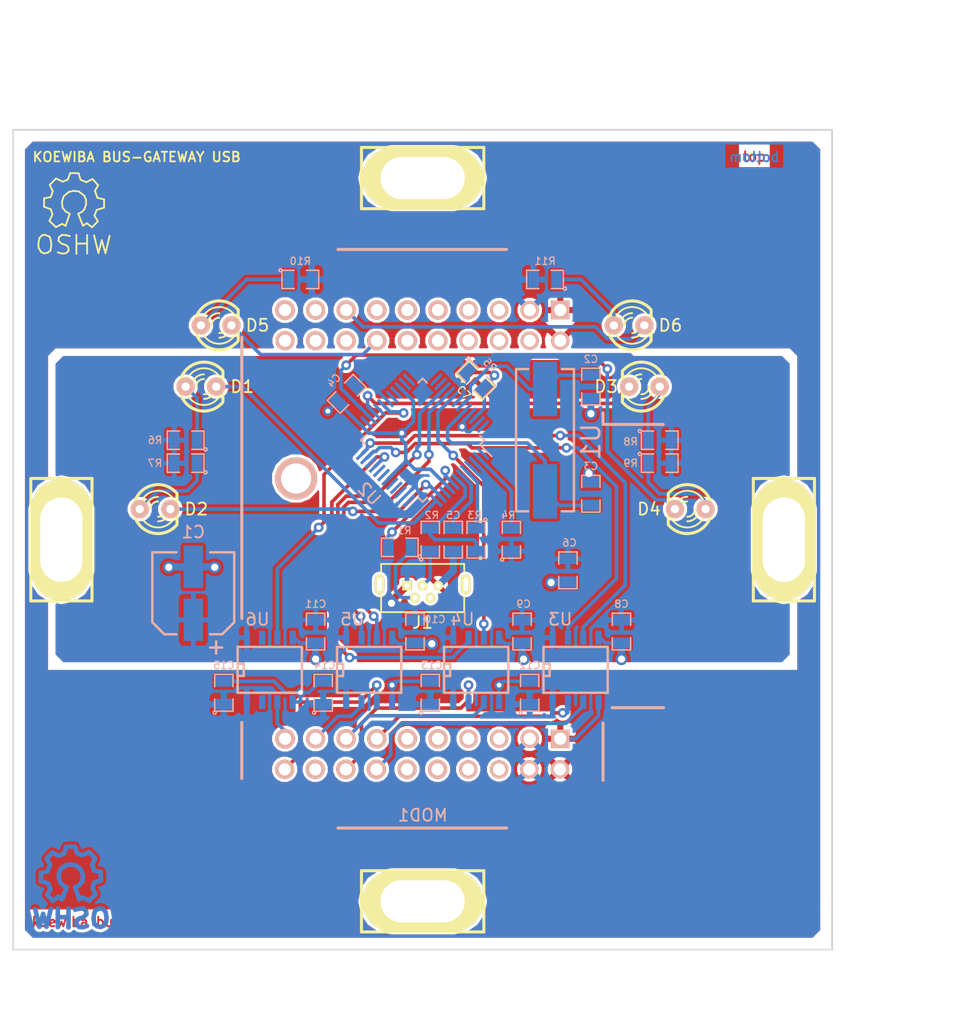
<source format=kicad_pcb>
(kicad_pcb (version 4) (host pcbnew "(2015-08-30 BZR 6133)-product")
  (title_block (title "Front panel for 60mm wall inlet") (date 2015-10-31) (rev A))
  (layers (0 F.Cu signal) (31 B.Cu signal) (34 B.Paste user) (35 F.Paste user) (36 B.SilkS user) (37 F.SilkS user) (38 B.Mask user) (39 F.Mask user) (44 Edge.Cuts user))
  (net 0 "")
  (net 1 +5V)
  (net 2 DGND)
  (net 3 "Net-(C2-Pad2)")
  (net 4 "Net-(C3-Pad2)")
  (net 5 "Net-(C5-Pad1)")
  (net 6 +3.3V)
  (net 7 GND)
  (net 8 "Net-(D1-Pad1)")
  (net 9 "Net-(D1-Pad2)")
  (net 10 "Net-(D2-Pad1)")
  (net 11 "Net-(D2-Pad2)")
  (net 12 "Net-(D3-Pad1)")
  (net 13 "Net-(D3-Pad2)")
  (net 14 "Net-(D4-Pad1)")
  (net 15 "Net-(D4-Pad2)")
  (net 16 "Net-(D5-Pad1)")
  (net 17 /LED1)
  (net 18 "Net-(D6-Pad1)")
  (net 19 /LED2)
  (net 20 "Net-(J1-Pad2)")
  (net 21 "Net-(J1-Pad3)")
  (net 22 /BUSRXD)
  (net 23 /BUSTXDEN)
  (net 24 /ATCTS1)
  (net 25 //PWREN)
  (net 26 /ATRXD1)
  (net 27 /ATTXD1)
  (net 28 "Net-(R1-Pad2)")
  (net 29 "Net-(R2-Pad2)")
  (net 30 "Net-(R3-Pad1)")
  (net 31 "Net-(R4-Pad2)")
  (net 32 "Net-(U2-Pad21)")
  (net 33 "Net-(U2-Pad23)")
  (net 34 "Net-(U2-Pad24)")
  (net 35 "Net-(U2-Pad30)")
  (net 36 "Net-(U2-Pad39)")
  (net 37 "Net-(U2-Pad40)")
  (net 38 "Net-(U2-Pad41)")
  (net 39 /BUSTXD)
  (net 40 "Net-(C7-Pad2)")
  (module Modules:bus-module_atmega324 (layer B.Cu) (at 108.345 116.88)
    (fp_text reference MOD1 (at -11.43 6.35) (layer B.SilkS) (effects (justify mirror)))
    (fp_text value bus-module_atmega324 hide)
    (pad 40 thru_hole circle (at -22.86 -33.02) (size 1.6002 1.6002) (drill 1.016) (layers *.Cu *.Mask B.SilkS))
    (pad 39 thru_hole circle (at -22.86 -35.56) (size 1.651 1.651) (drill 1.016) (layers *.Cu *.Mask B.SilkS))
    (pad 38 thru_hole circle (at -20.32 -33.02) (size 1.6002 1.6002) (drill 1.016) (layers *.Cu *.Mask B.SilkS))
    (pad 37 thru_hole circle (at -20.32 -35.56) (size 1.6002 1.6002) (drill 1.016) (layers *.Cu *.Mask B.SilkS))
    (pad 36 thru_hole circle (at -17.78 -33.02) (size 1.6002 1.6002) (drill 1.016) (layers *.Cu *.Mask B.SilkS))
    (pad 35 thru_hole circle (at -17.78 -35.56) (size 1.6002 1.6002) (drill 1.016) (layers *.Cu *.Mask B.SilkS) (net 19 /LED2))
    (pad 34 thru_hole circle (at -15.24 -33.02) (size 1.6002 1.6002) (drill 1.016) (layers *.Cu *.Mask B.SilkS) (net 17 /LED1))
    (pad 33 thru_hole circle (at -15.24 -35.56) (size 1.6002 1.6002) (drill 1.016) (layers *.Cu *.Mask B.SilkS))
    (pad 32 thru_hole circle (at -12.7 -33.02) (size 1.6002 1.6002) (drill 1.016) (layers *.Cu *.Mask B.SilkS))
    (pad 31 thru_hole circle (at -12.7 -35.56) (size 1.6002 1.6002) (drill 1.016) (layers *.Cu *.Mask B.SilkS))
    (pad 30 thru_hole circle (at -10.16 -33.02) (size 1.6002 1.6002) (drill 1.016) (layers *.Cu *.Mask B.SilkS))
    (pad 29 thru_hole circle (at -10.16 -35.56) (size 1.6002 1.6002) (drill 1.016) (layers *.Cu *.Mask B.SilkS))
    (pad 28 thru_hole circle (at -7.62 -33.02) (size 1.524 1.524) (drill 1.016) (layers *.Cu *.Mask B.SilkS))
    (pad 27 thru_hole circle (at -7.62 -35.56) (size 1.524 1.524) (drill 1.016) (layers *.Cu *.Mask B.SilkS))
    (pad 26 thru_hole circle (at -5.08 -33.02) (size 1.524 1.524) (drill 1.016) (layers *.Cu *.Mask B.SilkS))
    (pad 25 thru_hole circle (at -5.08 -35.56) (size 1.524 1.524) (drill 1.016) (layers *.Cu *.Mask B.SilkS))
    (pad 24 thru_hole circle (at -2.54 -33.02) (size 1.524 1.524) (drill 1.016) (layers *.Cu *.Mask B.SilkS))
    (pad 23 thru_hole circle (at -2.54 -35.56) (size 1.524 1.524) (drill 1.016) (layers *.Cu *.Mask B.SilkS) (net 6 +3.3V))
    (pad 22 thru_hole circle (at 0 -33.02) (size 1.524 1.524) (drill 1.016) (layers *.Cu *.Mask B.SilkS) (net 7 GND))
    (pad 21 thru_hole rect (at 0 -35.56) (size 1.524 1.524) (drill 1.016) (layers *.Cu *.Mask B.SilkS) (net 7 GND))
    (pad 20 thru_hole circle (at -22.89 2.54) (size 1.6002 1.6002) (drill 1.016) (layers *.Cu *.Mask B.SilkS) (net 39 /BUSTXD))
    (pad 19 thru_hole circle (at -22.86 0) (size 1.651 1.651) (drill 1.016) (layers *.Cu *.Mask B.SilkS) (net 23 /BUSTXDEN))
    (pad 18 thru_hole circle (at -20.35 2.54) (size 1.6002 1.6002) (drill 1.016) (layers *.Cu *.Mask B.SilkS))
    (pad 17 thru_hole circle (at -20.32 0) (size 1.6002 1.6002) (drill 1.016) (layers *.Cu *.Mask B.SilkS) (net 22 /BUSRXD))
    (pad 16 thru_hole circle (at -17.81 2.54) (size 1.6002 1.6002) (drill 1.016) (layers *.Cu *.Mask B.SilkS) (net 24 /ATCTS1))
    (pad 15 thru_hole circle (at -17.78 0) (size 1.6002 1.6002) (drill 1.016) (layers *.Cu *.Mask B.SilkS) (net 25 //PWREN))
    (pad 14 thru_hole circle (at -15.27 2.54) (size 1.6002 1.6002) (drill 1.016) (layers *.Cu *.Mask B.SilkS) (net 26 /ATRXD1))
    (pad 13 thru_hole circle (at -15.24 0) (size 1.6002 1.6002) (drill 1.016) (layers *.Cu *.Mask B.SilkS) (net 27 /ATTXD1))
    (pad 12 thru_hole circle (at -12.73 2.54) (size 1.6002 1.6002) (drill 1.016) (layers *.Cu *.Mask B.SilkS))
    (pad 11 thru_hole circle (at -12.7 0) (size 1.6002 1.6002) (drill 1.016) (layers *.Cu *.Mask B.SilkS))
    (pad 10 thru_hole circle (at -10.19 2.54) (size 1.6002 1.6002) (drill 1.016) (layers *.Cu *.Mask B.SilkS))
    (pad 9 thru_hole circle (at -10.16 0) (size 1.6002 1.6002) (drill 1.016) (layers *.Cu *.Mask B.SilkS))
    (pad 8 thru_hole circle (at -7.65 2.54) (size 1.524 1.524) (drill 1.016) (layers *.Cu *.Mask B.SilkS))
    (pad 7 thru_hole circle (at -7.62 0) (size 1.524 1.524) (drill 1.016) (layers *.Cu *.Mask B.SilkS))
    (pad 6 thru_hole circle (at -5.08 2.54) (size 1.524 1.524) (drill 1.016) (layers *.Cu *.Mask B.SilkS))
    (pad 5 thru_hole circle (at -5.08 0) (size 1.524 1.524) (drill 1.016) (layers *.Cu *.Mask B.SilkS))
    (pad 4 thru_hole circle (at -2.57 2.54) (size 1.524 1.524) (drill 1.016) (layers *.Cu *.Mask B.SilkS) (net 6 +3.3V))
    (pad 3 thru_hole circle (at -2.54 0) (size 1.524 1.524) (drill 1.016) (layers *.Cu *.Mask B.SilkS) (net 6 +3.3V))
    (pad 2 thru_hole circle (at -0.03 2.54) (size 1.524 1.524) (drill 1.016) (layers *.Cu *.Mask B.SilkS) (net 7 GND))
    (pad 1 thru_hole rect (at 0 0) (size 1.524 1.524) (drill 1.016) (layers *.Cu *.Mask B.SilkS) (net 7 GND))
    (pad 41 thru_hole circle (at -21.94 -21.59) (size 3.5 3.5) (drill 2.5) (layers *.Cu *.Mask B.SilkS))
  )
  (module Symbol:Symbol_OSHW-Logo_SilkScreen (layer F.Cu) (at 67.959 72.43)
    (fp_text reference LOGO1 hide)
    (fp_text value "Open Hardware" hide)
  )
  (module Capacitors:cp_smd_6.3 (layer B.Cu) (at 77.865 104.815)
    (fp_text reference C1 (at 0 -5.08) (layer B.SilkS) (effects (justify mirror)))
    (fp_text value 10µF hide)
    (pad 1 smd rect (at 0 2.19964) (size 1.6002 3.50012) (layers B.Cu B.Paste B.Mask) (net 1 +5V))
    (pad 2 smd rect (at 0 -2.19964) (size 1.6002 3.50012) (layers B.Cu B.Paste B.Mask) (net 2 DGND))
  )
  (module Resistor:SM0805 (layer B.Cu) (at 110.885 87.67 90)
    (fp_text reference C2 (at 2.286 0 180) (layer B.SilkS) (effects (font (size 0.6096 0.6096) (thickness 0.1016)) (justify mirror)))
    (fp_text value 27pF hide)
    (pad 1 smd rect (at -0.9525 0 90) (size 0.889 1.397) (layers B.Cu B.Paste B.Mask) (net 2 DGND))
    (pad 2 smd rect (at 0.9525 0 90) (size 0.889 1.397) (layers B.Cu B.Paste B.Mask) (net 3 "Net-(C2-Pad2)"))
  )
  (module Resistor:SM0805 (layer B.Cu) (at 110.885 96.56 270)
    (fp_text reference C3 (at -2.286 0 360) (layer B.SilkS) (effects (font (size 0.6096 0.6096) (thickness 0.1016)) (justify mirror)))
    (fp_text value 27pF hide)
    (pad 1 smd rect (at -0.9525 0 270) (size 0.889 1.397) (layers B.Cu B.Paste B.Mask) (net 2 DGND))
    (pad 2 smd rect (at 0.9525 0 270) (size 0.889 1.397) (layers B.Cu B.Paste B.Mask) (net 4 "Net-(C3-Pad2)"))
  )
  (module Resistor:SM0805 (layer B.Cu) (at 90.603519 88.266481 225)
    (fp_text reference C4 (at -0.035328 1.526644 225) (layer B.SilkS) (effects (font (size 0.6096 0.6096) (thickness 0.1016)) (justify mirror)))
    (fp_text value 100nF hide)
    (pad 1 smd rect (at -0.9525 0 225) (size 0.889 1.397) (layers B.Cu B.Paste B.Mask) (net 1 +5V))
    (pad 2 smd rect (at 0.9525 0 225) (size 0.889 1.397) (layers B.Cu B.Paste B.Mask) (net 2 DGND))
  )
  (module Resistor:SM0805 (layer B.Cu) (at 99.455 100.37 270)
    (fp_text reference C5 (at -2.032 0 360) (layer B.SilkS) (effects (font (size 0.6096 0.6096) (thickness 0.1016)) (justify mirror)))
    (fp_text value 33nF hide)
    (pad 1 smd rect (at -0.9525 0 270) (size 0.889 1.397) (layers B.Cu B.Paste B.Mask) (net 5 "Net-(C5-Pad1)"))
    (pad 2 smd rect (at 0.9525 0 270) (size 0.889 1.397) (layers B.Cu B.Paste B.Mask) (net 2 DGND))
  )
  (module Resistor:SM0805 (layer B.Cu) (at 108.98 102.91 270)
    (fp_text reference C6 (at -2.286 -0.127 360) (layer B.SilkS) (effects (font (size 0.6096 0.6096) (thickness 0.1016)) (justify mirror)))
    (fp_text value 100nF hide)
    (pad 1 smd rect (at -0.9525 0 270) (size 0.889 1.397) (layers B.Cu B.Paste B.Mask) (net 1 +5V))
    (pad 2 smd rect (at 0.9525 0 270) (size 0.889 1.397) (layers B.Cu B.Paste B.Mask) (net 2 DGND))
  )
  (module Resistor:SM0805 (layer B.Cu) (at 113.425 107.99 270)
    (fp_text reference C8 (at -2.286 0 360) (layer B.SilkS) (effects (font (size 0.6096 0.6096) (thickness 0.1016)) (justify mirror)))
    (fp_text value 100nF hide)
    (pad 1 smd rect (at -0.9525 0 270) (size 0.889 1.397) (layers B.Cu B.Paste B.Mask) (net 1 +5V))
    (pad 2 smd rect (at 0.9525 0 270) (size 0.889 1.397) (layers B.Cu B.Paste B.Mask) (net 2 DGND))
  )
  (module Resistor:SM0805 (layer B.Cu) (at 105.17 107.99 270)
    (fp_text reference C9 (at -2.286 -0.127 360) (layer B.SilkS) (effects (font (size 0.6096 0.6096) (thickness 0.1016)) (justify mirror)))
    (fp_text value 100nF hide)
    (pad 1 smd rect (at -0.9525 0 270) (size 0.889 1.397) (layers B.Cu B.Paste B.Mask) (net 1 +5V))
    (pad 2 smd rect (at 0.9525 0 270) (size 0.889 1.397) (layers B.Cu B.Paste B.Mask) (net 2 DGND))
  )
  (module Resistor:SM0805 (layer B.Cu) (at 96.28 107.99 270)
    (fp_text reference C10 (at -1.016 -1.651 360) (layer B.SilkS) (effects (font (size 0.6096 0.6096) (thickness 0.1016)) (justify mirror)))
    (fp_text value 100nF hide)
    (pad 1 smd rect (at -0.9525 0 270) (size 0.889 1.397) (layers B.Cu B.Paste B.Mask) (net 1 +5V))
    (pad 2 smd rect (at 0.9525 0 270) (size 0.889 1.397) (layers B.Cu B.Paste B.Mask) (net 2 DGND))
  )
  (module Resistor:SM0805 (layer B.Cu) (at 88.025 107.99 270)
    (fp_text reference C11 (at -2.286 0 360) (layer B.SilkS) (effects (font (size 0.6096 0.6096) (thickness 0.1016)) (justify mirror)))
    (fp_text value 100nF hide)
    (pad 1 smd rect (at -0.9525 0 270) (size 0.889 1.397) (layers B.Cu B.Paste B.Mask) (net 1 +5V))
    (pad 2 smd rect (at 0.9525 0 270) (size 0.889 1.397) (layers B.Cu B.Paste B.Mask) (net 2 DGND))
  )
  (module Housings_SOIC:SM0805 (layer B.Cu) (at 105.805 113.07 90)
    (fp_text reference C12 (at 2.286 0 180) (layer B.SilkS) (effects (font (size 0.6096 0.6096) (thickness 0.1016)) (justify mirror)))
    (fp_text value 100nF hide)
    (pad 1 smd rect (at -0.9525 0 90) (size 0.889 1.397) (layers B.Cu B.Paste B.Mask) (net 6 +3.3V))
    (pad 2 smd rect (at 0.9525 0 90) (size 0.889 1.397) (layers B.Cu B.Paste B.Mask) (net 7 GND))
  )
  (module Housings_SOIC:SM0805 (layer B.Cu) (at 97.55 113.07 90)
    (fp_text reference C13 (at 2.286 0.127 180) (layer B.SilkS) (effects (font (size 0.6096 0.6096) (thickness 0.1016)) (justify mirror)))
    (fp_text value 100nF hide)
    (pad 1 smd rect (at -0.9525 0 90) (size 0.889 1.397) (layers B.Cu B.Paste B.Mask) (net 6 +3.3V))
    (pad 2 smd rect (at 0.9525 0 90) (size 0.889 1.397) (layers B.Cu B.Paste B.Mask) (net 7 GND))
  )
  (module Housings_SOIC:SM0805 (layer B.Cu) (at 88.66 113.07 90)
    (fp_text reference C14 (at 2.286 0.127 180) (layer B.SilkS) (effects (font (size 0.6096 0.6096) (thickness 0.1016)) (justify mirror)))
    (fp_text value 100nF hide)
    (pad 1 smd rect (at -0.9525 0 90) (size 0.889 1.397) (layers B.Cu B.Paste B.Mask) (net 6 +3.3V))
    (pad 2 smd rect (at 0.9525 0 90) (size 0.889 1.397) (layers B.Cu B.Paste B.Mask) (net 7 GND))
  )
  (module Housings_SOIC:SM0805 (layer B.Cu) (at 80.405 113.07 90)
    (fp_text reference C15 (at 2.286 0 180) (layer B.SilkS) (effects (font (size 0.6096 0.6096) (thickness 0.1016)) (justify mirror)))
    (fp_text value 100nF hide)
    (pad 1 smd rect (at -0.9525 0 90) (size 0.889 1.397) (layers B.Cu B.Paste B.Mask) (net 6 +3.3V))
    (pad 2 smd rect (at 0.9525 0 90) (size 0.889 1.397) (layers B.Cu B.Paste B.Mask) (net 7 GND))
  )
  (module LED:LED_3MM (layer F.Cu) (at 78.5 87.67)
    (fp_text reference D1 (at 3.429 0 180) (layer F.SilkS))
    (fp_text value "LED 3mm yellow 2,1V 2mA" hide)
    (pad 1 thru_hole circle (at -1.27 0) (size 1.524 1.524) (drill 0.6858) (layers *.Cu *.Paste *.SilkS *.Mask) (net 8 "Net-(D1-Pad1)"))
    (pad 2 thru_hole circle (at 1.27 0) (size 1.524 1.524) (drill 0.6858) (layers *.Cu *.Paste *.SilkS *.Mask) (net 9 "Net-(D1-Pad2)"))
  )
  (module LED:LED_3MM (layer F.Cu) (at 74.69 97.83)
    (fp_text reference D2 (at 3.429 0 180) (layer F.SilkS))
    (fp_text value "LED 3mm yellow 2,1V 2mA" hide)
    (pad 1 thru_hole circle (at -1.27 0) (size 1.524 1.524) (drill 0.6858) (layers *.Cu *.Paste *.SilkS *.Mask) (net 10 "Net-(D2-Pad1)"))
    (pad 2 thru_hole circle (at 1.27 0) (size 1.524 1.524) (drill 0.6858) (layers *.Cu *.Paste *.SilkS *.Mask) (net 11 "Net-(D2-Pad2)"))
  )
  (module LED:LED_3MM (layer F.Cu) (at 115.33 87.67 180)
    (fp_text reference D3 (at 3.175 0 360) (layer F.SilkS))
    (fp_text value "LED 3mm yellow 2,1V 2mA" hide)
    (pad 1 thru_hole circle (at -1.27 0 180) (size 1.524 1.524) (drill 0.6858) (layers *.Cu *.Paste *.SilkS *.Mask) (net 12 "Net-(D3-Pad1)"))
    (pad 2 thru_hole circle (at 1.27 0 180) (size 1.524 1.524) (drill 0.6858) (layers *.Cu *.Paste *.SilkS *.Mask) (net 13 "Net-(D3-Pad2)"))
  )
  (module LED:LED_3MM (layer F.Cu) (at 119.14 97.83 180)
    (fp_text reference D4 (at 3.429 0 360) (layer F.SilkS))
    (fp_text value "LED 3mm yellow 2,1V 2mA" hide)
    (pad 1 thru_hole circle (at -1.27 0 180) (size 1.524 1.524) (drill 0.6858) (layers *.Cu *.Paste *.SilkS *.Mask) (net 14 "Net-(D4-Pad1)"))
    (pad 2 thru_hole circle (at 1.27 0 180) (size 1.524 1.524) (drill 0.6858) (layers *.Cu *.Paste *.SilkS *.Mask) (net 15 "Net-(D4-Pad2)"))
  )
  (module LED:LED_3MM (layer F.Cu) (at 79.77 82.59)
    (fp_text reference D5 (at 3.429 0 180) (layer F.SilkS))
    (fp_text value "LED 3mm green 2,2V 2mA" hide)
    (pad 1 thru_hole circle (at -1.27 0) (size 1.524 1.524) (drill 0.6858) (layers *.Cu *.Paste *.SilkS *.Mask) (net 16 "Net-(D5-Pad1)"))
    (pad 2 thru_hole circle (at 1.27 0) (size 1.524 1.524) (drill 0.6858) (layers *.Cu *.Paste *.SilkS *.Mask) (net 17 /LED1))
  )
  (module LED:LED_3MM (layer F.Cu) (at 114.06 82.59)
    (fp_text reference D6 (at 3.429 0 180) (layer F.SilkS))
    (fp_text value "LED 3mm red 2V 2mA" hide)
    (pad 1 thru_hole circle (at -1.27 0) (size 1.524 1.524) (drill 0.6858) (layers *.Cu *.Paste *.SilkS *.Mask) (net 18 "Net-(D6-Pad1)"))
    (pad 2 thru_hole circle (at 1.27 0) (size 1.524 1.524) (drill 0.6858) (layers *.Cu *.Paste *.SilkS *.Mask) (net 19 /LED2))
  )
  (module Housings_SOIC:SM0805 (layer B.Cu) (at 95.01 101.005 180)
    (fp_text reference R1 (at -0.381 1.397 180) (layer B.SilkS) (effects (font (size 0.6096 0.6096) (thickness 0.1016)) (justify mirror)))
    (fp_text value 27 hide)
    (pad 1 smd rect (at -0.9525 0 180) (size 0.889 1.397) (layers B.Cu B.Paste B.Mask) (net 20 "Net-(J1-Pad2)"))
    (pad 2 smd rect (at 0.9525 0 180) (size 0.889 1.397) (layers B.Cu B.Paste B.Mask) (net 28 "Net-(R1-Pad2)"))
  )
  (module Housings_SOIC:SM0805 (layer B.Cu) (at 97.55 100.37 90)
    (fp_text reference R2 (at 2.032 0.127 180) (layer B.SilkS) (effects (font (size 0.6096 0.6096) (thickness 0.1016)) (justify mirror)))
    (fp_text value 27 hide)
    (pad 1 smd rect (at -0.9525 0 90) (size 0.889 1.397) (layers B.Cu B.Paste B.Mask) (net 21 "Net-(J1-Pad3)"))
    (pad 2 smd rect (at 0.9525 0 90) (size 0.889 1.397) (layers B.Cu B.Paste B.Mask) (net 29 "Net-(R2-Pad2)"))
  )
  (module Housings_SOIC:SM0805 (layer B.Cu) (at 101.36 100.37 270)
    (fp_text reference R3 (at -2.032 0.127 360) (layer B.SilkS) (effects (font (size 0.6096 0.6096) (thickness 0.1016)) (justify mirror)))
    (fp_text value 1k5 hide)
    (pad 1 smd rect (at -0.9525 0 270) (size 0.889 1.397) (layers B.Cu B.Paste B.Mask) (net 30 "Net-(R3-Pad1)"))
    (pad 2 smd rect (at 0.9525 0 270) (size 0.889 1.397) (layers B.Cu B.Paste B.Mask) (net 29 "Net-(R2-Pad2)"))
  )
  (module Housings_SOIC:SM0805 (layer B.Cu) (at 104.281 100.37 90)
    (fp_text reference R4 (at 2.032 -0.254 180) (layer B.SilkS) (effects (font (size 0.6096 0.6096) (thickness 0.1016)) (justify mirror)))
    (fp_text value 10k hide)
    (pad 1 smd rect (at -0.9525 0 90) (size 0.889 1.397) (layers B.Cu B.Paste B.Mask) (net 1 +5V))
    (pad 2 smd rect (at 0.9525 0 90) (size 0.889 1.397) (layers B.Cu B.Paste B.Mask) (net 31 "Net-(R4-Pad2)"))
  )
  (module Housings_SOIC:SM0805 (layer B.Cu) (at 101.36 87.035 315)
    (fp_text reference R5 (at 0 -1.616446 315) (layer B.SilkS) (effects (font (size 0.6096 0.6096) (thickness 0.1016)) (justify mirror)))
    (fp_text value 470 hide)
    (pad 1 smd rect (at -0.9525 0 315) (size 0.889 1.397) (layers B.Cu B.Paste B.Mask) (net 1 +5V))
    (pad 2 smd rect (at 0.9525 0 315) (size 0.889 1.397) (layers B.Cu B.Paste B.Mask) (net 40 "Net-(C7-Pad2)"))
  )
  (module Housings_SOIC:SM0805 (layer B.Cu) (at 77.23 92.115 180)
    (fp_text reference R6 (at 2.54 0 180) (layer B.SilkS) (effects (font (size 0.6096 0.6096) (thickness 0.1016)) (justify mirror)))
    (fp_text value 1k5 hide)
    (pad 1 smd rect (at -0.9525 0 180) (size 0.889 1.397) (layers B.Cu B.Paste B.Mask) (net 8 "Net-(D1-Pad1)"))
    (pad 2 smd rect (at 0.9525 0 180) (size 0.889 1.397) (layers B.Cu B.Paste B.Mask) (net 1 +5V))
  )
  (module Housings_SOIC:SM0805 (layer B.Cu) (at 77.23 94.02 180)
    (fp_text reference R7 (at 2.54 0 180) (layer B.SilkS) (effects (font (size 0.6096 0.6096) (thickness 0.1016)) (justify mirror)))
    (fp_text value 1k5 hide)
    (pad 1 smd rect (at -0.9525 0 180) (size 0.889 1.397) (layers B.Cu B.Paste B.Mask) (net 10 "Net-(D2-Pad1)"))
    (pad 2 smd rect (at 0.9525 0 180) (size 0.889 1.397) (layers B.Cu B.Paste B.Mask) (net 1 +5V))
  )
  (module Housings_SOIC:SM0805 (layer B.Cu) (at 116.6 92.115)
    (fp_text reference R8 (at -2.413 0.127) (layer B.SilkS) (effects (font (size 0.6096 0.6096) (thickness 0.1016)) (justify mirror)))
    (fp_text value 1k5 hide)
    (pad 1 smd rect (at -0.9525 0) (size 0.889 1.397) (layers B.Cu B.Paste B.Mask) (net 12 "Net-(D3-Pad1)"))
    (pad 2 smd rect (at 0.9525 0) (size 0.889 1.397) (layers B.Cu B.Paste B.Mask) (net 1 +5V))
  )
  (module Housings_SOIC:SM0805 (layer B.Cu) (at 116.6 94.02)
    (fp_text reference R9 (at -2.413 0) (layer B.SilkS) (effects (font (size 0.6096 0.6096) (thickness 0.1016)) (justify mirror)))
    (fp_text value 1k5 hide)
    (pad 1 smd rect (at -0.9525 0) (size 0.889 1.397) (layers B.Cu B.Paste B.Mask) (net 14 "Net-(D4-Pad1)"))
    (pad 2 smd rect (at 0.9525 0) (size 0.889 1.397) (layers B.Cu B.Paste B.Mask) (net 1 +5V))
  )
  (module Housings_SOIC:SM0805 (layer B.Cu) (at 86.755 78.78)
    (fp_text reference R10 (at 0 -1.524) (layer B.SilkS) (effects (font (size 0.6096 0.6096) (thickness 0.1016)) (justify mirror)))
    (fp_text value 560 hide)
    (pad 1 smd rect (at -0.9525 0) (size 0.889 1.397) (layers B.Cu B.Paste B.Mask) (net 16 "Net-(D5-Pad1)"))
    (pad 2 smd rect (at 0.9525 0) (size 0.889 1.397) (layers B.Cu B.Paste B.Mask) (net 6 +3.3V))
  )
  (module Housings_SOIC:SM0805 (layer B.Cu) (at 107.075 78.78 180)
    (fp_text reference R11 (at 0 1.524 180) (layer B.SilkS) (effects (font (size 0.6096 0.6096) (thickness 0.1016)) (justify mirror)))
    (fp_text value 560 hide)
    (pad 1 smd rect (at -0.9525 0 180) (size 0.889 1.397) (layers B.Cu B.Paste B.Mask) (net 18 "Net-(D6-Pad1)"))
    (pad 2 smd rect (at 0.9525 0 180) (size 0.889 1.397) (layers B.Cu B.Paste B.Mask) (net 6 +3.3V))
  )
  (module Crystal:HC49-SMD (layer B.Cu) (at 107.075 92.115 270)
    (fp_text reference U1 (at 0.127 -3.81 270) (layer B.SilkS) (effects (font (thickness 0.2032)) (justify mirror)))
    (fp_text value 6MHz hide)
    (pad 1 smd rect (at -4.24942 0 270) (size 4.50088 1.99898) (layers B.Cu B.Paste B.Mask) (net 3 "Net-(C2-Pad2)"))
    (pad 2 smd rect (at 4.24942 0 270) (size 4.50088 1.99898) (layers B.Cu B.Paste B.Mask) (net 4 "Net-(C3-Pad2)"))
  )
  (module Housings_QFP:LQFP-48_7x7mm_Pitch0.5mm (layer B.Cu) (at 96.915 92.115 135)
    (fp_text reference U2 (at 0 -6.286179 135) (layer B.SilkS) (effects (justify mirror)))
    (fp_text value FT2232D)
    (pad 1 smd rect (at -4.35 2.75 135) (size 1.3 0.25) (layers B.Cu B.Paste B.Mask))
    (pad 2 smd rect (at -4.35 2.25 135) (size 1.3 0.25) (layers B.Cu B.Paste B.Mask) (net 31 "Net-(R4-Pad2)"))
    (pad 3 smd rect (at -4.35 1.75 135) (size 1.3 0.25) (layers B.Cu B.Paste B.Mask) (net 1 +5V))
    (pad 4 smd rect (at -4.35 1.25 135) (size 1.3 0.25) (layers B.Cu B.Paste B.Mask) (net 1 +5V))
    (pad 5 smd rect (at -4.35 0.75 135) (size 1.3 0.25) (layers B.Cu B.Paste B.Mask) (net 30 "Net-(R3-Pad1)"))
    (pad 6 smd rect (at -4.35 0.25 135) (size 1.3 0.25) (layers B.Cu B.Paste B.Mask) (net 5 "Net-(C5-Pad1)"))
    (pad 7 smd rect (at -4.35 -0.25 135) (size 1.3 0.25) (layers B.Cu B.Paste B.Mask) (net 29 "Net-(R2-Pad2)"))
    (pad 8 smd rect (at -4.35 -0.75 135) (size 1.3 0.25) (layers B.Cu B.Paste B.Mask) (net 28 "Net-(R1-Pad2)"))
    (pad 9 smd rect (at -4.35 -1.25 135) (size 1.3 0.25) (layers B.Cu B.Paste B.Mask) (net 2 DGND))
    (pad 10 smd rect (at -4.35 -1.75 135) (size 1.3 0.25) (layers B.Cu B.Paste B.Mask))
    (pad 11 smd rect (at -4.35 -2.25 135) (size 1.3 0.25) (layers B.Cu B.Paste B.Mask) (net 11 "Net-(D2-Pad2)"))
    (pad 12 smd rect (at -4.35 -2.75 135) (size 1.3 0.25) (layers B.Cu B.Paste B.Mask) (net 9 "Net-(D1-Pad2)"))
    (pad 13 smd rect (at -2.75 -4.35 45) (size 1.3 0.25) (layers B.Cu B.Paste B.Mask))
    (pad 14 smd rect (at -2.25 -4.35 45) (size 1.3 0.25) (layers B.Cu B.Paste B.Mask) (net 1 +5V))
    (pad 15 smd rect (at -1.75 -4.35 45) (size 1.3 0.25) (layers B.Cu B.Paste B.Mask))
    (pad 16 smd rect (at -1.25 -4.35 45) (size 1.3 0.25) (layers B.Cu B.Paste B.Mask))
    (pad 17 smd rect (at -0.75 -4.35 45) (size 1.3 0.25) (layers B.Cu B.Paste B.Mask))
    (pad 18 smd rect (at -0.25 -4.35 45) (size 1.3 0.25) (layers B.Cu B.Paste B.Mask) (net 2 DGND))
    (pad 19 smd rect (at 0.25 -4.35 45) (size 1.3 0.25) (layers B.Cu B.Paste B.Mask))
    (pad 20 smd rect (at 0.75 -4.35 45) (size 1.3 0.25) (layers B.Cu B.Paste B.Mask))
    (pad 21 smd rect (at 1.25 -4.35 45) (size 1.3 0.25) (layers B.Cu B.Paste B.Mask) (net 32 "Net-(U2-Pad21)"))
    (pad 22 smd rect (at 1.75 -4.35 45) (size 1.3 0.25) (layers B.Cu B.Paste B.Mask))
    (pad 23 smd rect (at 2.25 -4.35 45) (size 1.3 0.25) (layers B.Cu B.Paste B.Mask) (net 33 "Net-(U2-Pad23)"))
    (pad 24 smd rect (at 2.75 -4.35 45) (size 1.3 0.25) (layers B.Cu B.Paste B.Mask) (net 34 "Net-(U2-Pad24)"))
    (pad 25 smd rect (at 4.35 -2.75 135) (size 1.3 0.25) (layers B.Cu B.Paste B.Mask) (net 2 DGND))
    (pad 26 smd rect (at 4.35 -2.25 135) (size 1.3 0.25) (layers B.Cu B.Paste B.Mask))
    (pad 27 smd rect (at 4.35 -1.75 135) (size 1.3 0.25) (layers B.Cu B.Paste B.Mask) (net 15 "Net-(D4-Pad2)"))
    (pad 28 smd rect (at 4.35 -1.25 135) (size 1.3 0.25) (layers B.Cu B.Paste B.Mask) (net 13 "Net-(D3-Pad2)"))
    (pad 29 smd rect (at 4.35 -0.75 135) (size 1.3 0.25) (layers B.Cu B.Paste B.Mask))
    (pad 30 smd rect (at 4.35 -0.25 135) (size 1.3 0.25) (layers B.Cu B.Paste B.Mask) (net 35 "Net-(U2-Pad30)"))
    (pad 31 smd rect (at 4.35 0.25 135) (size 1.3 0.25) (layers B.Cu B.Paste B.Mask) (net 1 +5V))
    (pad 32 smd rect (at 4.35 0.75 135) (size 1.3 0.25) (layers B.Cu B.Paste B.Mask))
    (pad 33 smd rect (at 4.35 1.25 135) (size 1.3 0.25) (layers B.Cu B.Paste B.Mask))
    (pad 34 smd rect (at 4.35 1.75 135) (size 1.3 0.25) (layers B.Cu B.Paste B.Mask) (net 2 DGND))
    (pad 35 smd rect (at 4.35 2.25 135) (size 1.3 0.25) (layers B.Cu B.Paste B.Mask))
    (pad 36 smd rect (at 4.35 2.75 135) (size 1.3 0.25) (layers B.Cu B.Paste B.Mask))
    (pad 37 smd rect (at 2.75 4.35 45) (size 1.3 0.25) (layers B.Cu B.Paste B.Mask))
    (pad 38 smd rect (at 2.25 4.35 45) (size 1.3 0.25) (layers B.Cu B.Paste B.Mask))
    (pad 39 smd rect (at 1.75 4.35 45) (size 1.3 0.25) (layers B.Cu B.Paste B.Mask) (net 36 "Net-(U2-Pad39)"))
    (pad 40 smd rect (at 1.25 4.35 45) (size 1.3 0.25) (layers B.Cu B.Paste B.Mask) (net 37 "Net-(U2-Pad40)"))
    (pad 41 smd rect (at 0.75 4.35 45) (size 1.3 0.25) (layers B.Cu B.Paste B.Mask) (net 38 "Net-(U2-Pad41)"))
    (pad 42 smd rect (at 0.25 4.35 45) (size 1.3 0.25) (layers B.Cu B.Paste B.Mask) (net 1 +5V))
    (pad 43 smd rect (at -0.25 4.35 45) (size 1.3 0.25) (layers B.Cu B.Paste B.Mask) (net 3 "Net-(C2-Pad2)"))
    (pad 44 smd rect (at -0.75 4.35 45) (size 1.3 0.25) (layers B.Cu B.Paste B.Mask) (net 4 "Net-(C3-Pad2)"))
    (pad 45 smd rect (at -1.25 4.35 45) (size 1.3 0.25) (layers B.Cu B.Paste B.Mask) (net 2 DGND))
    (pad 46 smd rect (at -1.75 4.35 45) (size 1.3 0.25) (layers B.Cu B.Paste B.Mask) (net 40 "Net-(C7-Pad2)"))
    (pad 47 smd rect (at -2.25 4.35 45) (size 1.3 0.25) (layers B.Cu B.Paste B.Mask) (net 2 DGND))
    (pad 48 smd rect (at -2.75 4.35 45) (size 1.3 0.25) (layers B.Cu B.Paste B.Mask))
  )
  (module Housings_SOIC:SO8E (layer B.Cu) (at 109.615 111.165)
    (fp_text reference U3 (at -1.27 -4.191) (layer B.SilkS) (effects (justify mirror)))
    (fp_text value ADuM1201 hide)
    (pad 8 smd rect (at -1.905 2.667) (size 0.508 1.143) (layers B.Cu B.Paste B.Mask) (net 6 +3.3V))
    (pad 1 smd rect (at -1.905 -2.667) (size 0.508 1.143) (layers B.Cu B.Paste B.Mask) (net 1 +5V))
    (pad 7 smd rect (at -0.635 2.667) (size 0.508 1.143) (layers B.Cu B.Paste B.Mask) (net 27 /ATTXD1))
    (pad 6 smd rect (at 0.635 2.667) (size 0.508 1.143) (layers B.Cu B.Paste B.Mask) (net 26 /ATRXD1))
    (pad 5 smd rect (at 1.905 2.667) (size 0.508 1.143) (layers B.Cu B.Paste B.Mask) (net 7 GND))
    (pad 2 smd rect (at -0.635 -2.667) (size 0.508 1.143) (layers B.Cu B.Paste B.Mask) (net 33 "Net-(U2-Pad23)"))
    (pad 3 smd rect (at 0.635 -2.667) (size 0.508 1.143) (layers B.Cu B.Paste B.Mask) (net 34 "Net-(U2-Pad24)"))
    (pad 4 smd rect (at 1.905 -2.667) (size 0.508 1.143) (layers B.Cu B.Paste B.Mask) (net 2 DGND))
  )
  (module Housings_SOIC:SO8E (layer B.Cu) (at 101.36 111.165)
    (fp_text reference U4 (at -1.143 -4.191) (layer B.SilkS) (effects (justify mirror)))
    (fp_text value ADuM1201 hide)
    (pad 8 smd rect (at -1.905 2.667) (size 0.508 1.143) (layers B.Cu B.Paste B.Mask) (net 6 +3.3V))
    (pad 1 smd rect (at -1.905 -2.667) (size 0.508 1.143) (layers B.Cu B.Paste B.Mask) (net 1 +5V))
    (pad 7 smd rect (at -0.635 2.667) (size 0.508 1.143) (layers B.Cu B.Paste B.Mask) (net 24 /ATCTS1))
    (pad 6 smd rect (at 0.635 2.667) (size 0.508 1.143) (layers B.Cu B.Paste B.Mask) (net 25 //PWREN))
    (pad 5 smd rect (at 1.905 2.667) (size 0.508 1.143) (layers B.Cu B.Paste B.Mask) (net 7 GND))
    (pad 2 smd rect (at -0.635 -2.667) (size 0.508 1.143) (layers B.Cu B.Paste B.Mask) (net 32 "Net-(U2-Pad21)"))
    (pad 3 smd rect (at 0.635 -2.667) (size 0.508 1.143) (layers B.Cu B.Paste B.Mask) (net 38 "Net-(U2-Pad41)"))
    (pad 4 smd rect (at 1.905 -2.667) (size 0.508 1.143) (layers B.Cu B.Paste B.Mask) (net 2 DGND))
  )
  (module Housings_SOIC:SO8E (layer B.Cu) (at 92.47 111.165)
    (fp_text reference U5 (at -1.397 -4.191) (layer B.SilkS) (effects (justify mirror)))
    (fp_text value ADuM1201 hide)
    (pad 8 smd rect (at -1.905 2.667) (size 0.508 1.143) (layers B.Cu B.Paste B.Mask) (net 6 +3.3V))
    (pad 1 smd rect (at -1.905 -2.667) (size 0.508 1.143) (layers B.Cu B.Paste B.Mask) (net 1 +5V))
    (pad 7 smd rect (at -0.635 2.667) (size 0.508 1.143) (layers B.Cu B.Paste B.Mask) (net 22 /BUSRXD))
    (pad 6 smd rect (at 0.635 2.667) (size 0.508 1.143) (layers B.Cu B.Paste B.Mask) (net 39 /BUSTXD))
    (pad 5 smd rect (at 1.905 2.667) (size 0.508 1.143) (layers B.Cu B.Paste B.Mask) (net 7 GND))
    (pad 2 smd rect (at -0.635 -2.667) (size 0.508 1.143) (layers B.Cu B.Paste B.Mask) (net 36 "Net-(U2-Pad39)"))
    (pad 3 smd rect (at 0.635 -2.667) (size 0.508 1.143) (layers B.Cu B.Paste B.Mask) (net 37 "Net-(U2-Pad40)"))
    (pad 4 smd rect (at 1.905 -2.667) (size 0.508 1.143) (layers B.Cu B.Paste B.Mask) (net 2 DGND))
  )
  (module Housings_SOIC:SO8E (layer B.Cu) (at 84.215 111.165)
    (fp_text reference U6 (at -1.016 -4.191) (layer B.SilkS) (effects (justify mirror)))
    (fp_text value ADuM1201 hide)
    (pad 8 smd rect (at -1.905 2.667) (size 0.508 1.143) (layers B.Cu B.Paste B.Mask) (net 6 +3.3V))
    (pad 1 smd rect (at -1.905 -2.667) (size 0.508 1.143) (layers B.Cu B.Paste B.Mask) (net 1 +5V))
    (pad 7 smd rect (at -0.635 2.667) (size 0.508 1.143) (layers B.Cu B.Paste B.Mask))
    (pad 6 smd rect (at 0.635 2.667) (size 0.508 1.143) (layers B.Cu B.Paste B.Mask) (net 23 /BUSTXDEN))
    (pad 5 smd rect (at 1.905 2.667) (size 0.508 1.143) (layers B.Cu B.Paste B.Mask) (net 7 GND))
    (pad 2 smd rect (at -0.635 -2.667) (size 0.508 1.143) (layers B.Cu B.Paste B.Mask))
    (pad 3 smd rect (at 0.635 -2.667) (size 0.508 1.143) (layers B.Cu B.Paste B.Mask) (net 35 "Net-(U2-Pad30)"))
    (pad 4 smd rect (at 1.905 -2.667) (size 0.508 1.143) (layers B.Cu B.Paste B.Mask) (net 2 DGND))
  )
  (module Connector_Miscelleaneus:USB2.0_micro_THT_vertical_GCT_USB3145 (layer F.Cu) (at 96.915 104.18)
    (fp_text reference J1 (at 0 3.05) (layer F.SilkS))
    (fp_text value "GCT Micro USB 2.0 Type B vertical THT (USB3145)" hide)
    (pad 3 thru_hole circle (at 0 0) (size 0.8 0.8) (drill 0.4) (layers *.Cu *.Mask F.SilkS) (net 21 "Net-(J1-Pad3)"))
    (pad 1 thru_hole rect (at -1.3 0) (size 0.8 0.8) (drill 0.4) (layers *.Cu *.Mask F.SilkS) (net 1 +5V))
    (pad 5 thru_hole circle (at 1.3 0) (size 0.8 0.8) (drill 0.4) (layers *.Cu *.Mask F.SilkS) (net 2 DGND))
    (pad 4 thru_hole circle (at 0.65 1) (size 0.8 0.8) (drill 0.4) (layers *.Cu *.Mask F.SilkS))
    (pad 2 thru_hole circle (at -0.65 1) (size 0.8 0.8) (drill 0.4) (layers *.Cu *.Mask F.SilkS) (net 20 "Net-(J1-Pad2)"))
    (pad 6 thru_hole oval (at -3.575 -0.1) (size 0.8 1.6) (drill oval 0.4 1.15) (layers *.Cu *.Mask F.SilkS))
    (pad 6 thru_hole oval (at 3.575 -0.1) (size 0.8 1.6) (drill oval 0.4 1.15) (layers *.Cu *.Mask F.SilkS))
  )
  (module Symbol:Symbol_OSHW-Logo_Copper (layer F.Cu) (at 126.365 128.27)
    (fp_text reference LOGO1 hide)
    (fp_text value "Open Hardware" hide)
    (fp_line (start 1.66878 2.68986) (end 2.02946 4.16052) (layer F.Cu) (width 0.381))
    (fp_line (start 2.02946 4.16052) (end 2.30886 3.0988) (layer F.Cu) (width 0.381))
    (fp_line (start 2.30886 3.0988) (end 2.61874 4.17068) (layer F.Cu) (width 0.381))
    (fp_line (start 2.61874 4.17068) (end 2.9591 2.72034) (layer F.Cu) (width 0.381))
    (fp_line (start 0.24892 3.38074) (end 1.03886 3.37058) (layer F.Cu) (width 0.381))
    (fp_line (start 1.03886 3.37058) (end 1.04902 3.38074) (layer F.Cu) (width 0.381))
    (fp_line (start 1.04902 3.38074) (end 1.04902 3.37058) (layer F.Cu) (width 0.381))
    (fp_line (start 1.08966 2.65938) (end 1.08966 4.20116) (layer F.Cu) (width 0.381))
    (fp_line (start 0.20066 2.64922) (end 0.20066 4.21894) (layer F.Cu) (width 0.381))
    (fp_line (start 0.20066 4.21894) (end 0.21082 4.20878) (layer F.Cu) (width 0.381))
    (fp_line (start -0.35052 2.75082) (end -0.70104 2.66954) (layer F.Cu) (width 0.381))
    (fp_line (start -0.70104 2.66954) (end -1.02108 2.65938) (layer F.Cu) (width 0.381))
    (fp_line (start -1.02108 2.65938) (end -1.25984 2.86004) (layer F.Cu) (width 0.381))
    (fp_line (start -1.25984 2.86004) (end -1.29032 3.12928) (layer F.Cu) (width 0.381))
    (fp_line (start -1.29032 3.12928) (end -1.04902 3.37058) (layer F.Cu) (width 0.381))
    (fp_line (start -1.04902 3.37058) (end -0.6604 3.50012) (layer F.Cu) (width 0.381))
    (fp_line (start -0.6604 3.50012) (end -0.48006 3.66014) (layer F.Cu) (width 0.381))
    (fp_line (start -0.48006 3.66014) (end -0.43942 3.95986) (layer F.Cu) (width 0.381))
    (fp_line (start -0.43942 3.95986) (end -0.67056 4.18084) (layer F.Cu) (width 0.381))
    (fp_line (start -0.67056 4.18084) (end -0.9906 4.20878) (layer F.Cu) (width 0.381))
    (fp_line (start -0.9906 4.20878) (end -1.34112 4.09956) (layer F.Cu) (width 0.381))
    (fp_line (start -2.37998 2.64922) (end -2.6289 2.66954) (layer F.Cu) (width 0.381))
    (fp_line (start -2.6289 2.66954) (end -2.8702 2.91084) (layer F.Cu) (width 0.381))
    (fp_line (start -2.8702 2.91084) (end -2.9591 3.40106) (layer F.Cu) (width 0.381))
    (fp_line (start -2.9591 3.40106) (end -2.93116 3.74904) (layer F.Cu) (width 0.381))
    (fp_line (start -2.93116 3.74904) (end -2.7305 4.06908) (layer F.Cu) (width 0.381))
    (fp_line (start -2.7305 4.06908) (end -2.47904 4.191) (layer F.Cu) (width 0.381))
    (fp_line (start -2.47904 4.191) (end -2.16916 4.11988) (layer F.Cu) (width 0.381))
    (fp_line (start -2.16916 4.11988) (end -1.95072 3.93954) (layer F.Cu) (width 0.381))
    (fp_line (start -1.95072 3.93954) (end -1.8796 3.4798) (layer F.Cu) (width 0.381))
    (fp_line (start -1.8796 3.4798) (end -1.9304 3.07086) (layer F.Cu) (width 0.381))
    (fp_line (start -1.9304 3.07086) (end -2.03962 2.78892) (layer F.Cu) (width 0.381))
    (fp_line (start -2.03962 2.78892) (end -2.4003 2.65938) (layer F.Cu) (width 0.381))
    (fp_line (start -1.78054 0.92964) (end -2.03962 1.49098) (layer F.Cu) (width 0.381))
    (fp_line (start -2.03962 1.49098) (end -1.50114 2.00914) (layer F.Cu) (width 0.381))
    (fp_line (start -1.50114 2.00914) (end -0.98044 1.7399) (layer F.Cu) (width 0.381))
    (fp_line (start -0.98044 1.7399) (end -0.70104 1.89992) (layer F.Cu) (width 0.381))
    (fp_line (start 0.73914 1.8796) (end 1.06934 1.6891) (layer F.Cu) (width 0.381))
    (fp_line (start 1.06934 1.6891) (end 1.50876 2.0193) (layer F.Cu) (width 0.381))
    (fp_line (start 1.50876 2.0193) (end 1.9812 1.52908) (layer F.Cu) (width 0.381))
    (fp_line (start 1.9812 1.52908) (end 1.69926 1.04902) (layer F.Cu) (width 0.381))
    (fp_line (start 1.69926 1.04902) (end 1.88976 0.57912) (layer F.Cu) (width 0.381))
    (fp_line (start 1.88976 0.57912) (end 2.49936 0.39116) (layer F.Cu) (width 0.381))
    (fp_line (start 2.49936 0.39116) (end 2.49936 -0.28956) (layer F.Cu) (width 0.381))
    (fp_line (start 2.49936 -0.28956) (end 1.94056 -0.42926) (layer F.Cu) (width 0.381))
    (fp_line (start 1.94056 -0.42926) (end 1.7399 -1.00076) (layer F.Cu) (width 0.381))
    (fp_line (start 1.7399 -1.00076) (end 2.00914 -1.47066) (layer F.Cu) (width 0.381))
    (fp_line (start 2.00914 -1.47066) (end 1.53924 -1.9812) (layer F.Cu) (width 0.381))
    (fp_line (start 1.53924 -1.9812) (end 1.02108 -1.71958) (layer F.Cu) (width 0.381))
    (fp_line (start 1.02108 -1.71958) (end 0.55118 -1.92024) (layer F.Cu) (width 0.381))
    (fp_line (start 0.55118 -1.92024) (end 0.381 -2.46126) (layer F.Cu) (width 0.381))
    (fp_line (start 0.381 -2.46126) (end -0.30988 -2.47904) (layer F.Cu) (width 0.381))
    (fp_line (start -0.30988 -2.47904) (end -0.5207 -1.9304) (layer F.Cu) (width 0.381))
    (fp_line (start -0.5207 -1.9304) (end -0.9398 -1.76022) (layer F.Cu) (width 0.381))
    (fp_line (start -0.9398 -1.76022) (end -1.49098 -2.02946) (layer F.Cu) (width 0.381))
    (fp_line (start -1.49098 -2.02946) (end -2.00914 -1.50114) (layer F.Cu) (width 0.381))
    (fp_line (start -2.00914 -1.50114) (end -1.76022 -0.96012) (layer F.Cu) (width 0.381))
    (fp_line (start -1.76022 -0.96012) (end -1.9304 -0.48006) (layer F.Cu) (width 0.381))
    (fp_line (start -1.9304 -0.48006) (end -2.47904 -0.381) (layer F.Cu) (width 0.381))
    (fp_line (start -2.47904 -0.381) (end -2.4892 0.32004) (layer F.Cu) (width 0.381))
    (fp_line (start -2.4892 0.32004) (end -1.9304 0.5207) (layer F.Cu) (width 0.381))
    (fp_line (start -1.9304 0.5207) (end -1.7907 0.91948) (layer F.Cu) (width 0.381))
    (fp_line (start 0.35052 0.89916) (end 0.65024 0.7493) (layer F.Cu) (width 0.381))
    (fp_line (start 0.65024 0.7493) (end 0.8509 0.55118) (layer F.Cu) (width 0.381))
    (fp_line (start 0.8509 0.55118) (end 1.00076 0.14986) (layer F.Cu) (width 0.381))
    (fp_line (start 1.00076 0.14986) (end 1.00076 -0.24892) (layer F.Cu) (width 0.381))
    (fp_line (start 1.00076 -0.24892) (end 0.8509 -0.59944) (layer F.Cu) (width 0.381))
    (fp_line (start 0.8509 -0.59944) (end 0.39878 -0.94996) (layer F.Cu) (width 0.381))
    (fp_line (start 0.39878 -0.94996) (end -0.0508 -1.00076) (layer F.Cu) (width 0.381))
    (fp_line (start -0.0508 -1.00076) (end -0.44958 -0.89916) (layer F.Cu) (width 0.381))
    (fp_line (start -0.44958 -0.89916) (end -0.8509 -0.55118) (layer F.Cu) (width 0.381))
    (fp_line (start -0.8509 -0.55118) (end -1.00076 -0.09906) (layer F.Cu) (width 0.381))
    (fp_line (start -1.00076 -0.09906) (end -0.94996 0.39878) (layer F.Cu) (width 0.381))
    (fp_line (start -0.94996 0.39878) (end -0.70104 0.70104) (layer F.Cu) (width 0.381))
    (fp_line (start -0.70104 0.70104) (end -0.35052 0.89916) (layer F.Cu) (width 0.381))
    (fp_line (start -0.35052 0.89916) (end -0.70104 1.89992) (layer F.Cu) (width 0.381))
    (fp_line (start 0.35052 0.89916) (end 0.7493 1.89992) (layer F.Cu) (width 0.381))
  )
  (module Symbol:Symbol_OSHW-Logo_Copper (layer B.Cu) (at 67.705 128.31 180)
    (fp_text reference LOGO1 hide)
    (fp_text value "Open Hardware" hide)
    (fp_line (start 1.66878 -2.68986) (end 2.02946 -4.16052) (layer B.Cu) (width 0.381))
    (fp_line (start 2.02946 -4.16052) (end 2.30886 -3.0988) (layer B.Cu) (width 0.381))
    (fp_line (start 2.30886 -3.0988) (end 2.61874 -4.17068) (layer B.Cu) (width 0.381))
    (fp_line (start 2.61874 -4.17068) (end 2.9591 -2.72034) (layer B.Cu) (width 0.381))
    (fp_line (start 0.24892 -3.38074) (end 1.03886 -3.37058) (layer B.Cu) (width 0.381))
    (fp_line (start 1.03886 -3.37058) (end 1.04902 -3.38074) (layer B.Cu) (width 0.381))
    (fp_line (start 1.04902 -3.38074) (end 1.04902 -3.37058) (layer B.Cu) (width 0.381))
    (fp_line (start 1.08966 -2.65938) (end 1.08966 -4.20116) (layer B.Cu) (width 0.381))
    (fp_line (start 0.20066 -2.64922) (end 0.20066 -4.21894) (layer B.Cu) (width 0.381))
    (fp_line (start 0.20066 -4.21894) (end 0.21082 -4.20878) (layer B.Cu) (width 0.381))
    (fp_line (start -0.35052 -2.75082) (end -0.70104 -2.66954) (layer B.Cu) (width 0.381))
    (fp_line (start -0.70104 -2.66954) (end -1.02108 -2.65938) (layer B.Cu) (width 0.381))
    (fp_line (start -1.02108 -2.65938) (end -1.25984 -2.86004) (layer B.Cu) (width 0.381))
    (fp_line (start -1.25984 -2.86004) (end -1.29032 -3.12928) (layer B.Cu) (width 0.381))
    (fp_line (start -1.29032 -3.12928) (end -1.04902 -3.37058) (layer B.Cu) (width 0.381))
    (fp_line (start -1.04902 -3.37058) (end -0.6604 -3.50012) (layer B.Cu) (width 0.381))
    (fp_line (start -0.6604 -3.50012) (end -0.48006 -3.66014) (layer B.Cu) (width 0.381))
    (fp_line (start -0.48006 -3.66014) (end -0.43942 -3.95986) (layer B.Cu) (width 0.381))
    (fp_line (start -0.43942 -3.95986) (end -0.67056 -4.18084) (layer B.Cu) (width 0.381))
    (fp_line (start -0.67056 -4.18084) (end -0.9906 -4.20878) (layer B.Cu) (width 0.381))
    (fp_line (start -0.9906 -4.20878) (end -1.34112 -4.09956) (layer B.Cu) (width 0.381))
    (fp_line (start -2.37998 -2.64922) (end -2.6289 -2.66954) (layer B.Cu) (width 0.381))
    (fp_line (start -2.6289 -2.66954) (end -2.8702 -2.91084) (layer B.Cu) (width 0.381))
    (fp_line (start -2.8702 -2.91084) (end -2.9591 -3.40106) (layer B.Cu) (width 0.381))
    (fp_line (start -2.9591 -3.40106) (end -2.93116 -3.74904) (layer B.Cu) (width 0.381))
    (fp_line (start -2.93116 -3.74904) (end -2.7305 -4.06908) (layer B.Cu) (width 0.381))
    (fp_line (start -2.7305 -4.06908) (end -2.47904 -4.191) (layer B.Cu) (width 0.381))
    (fp_line (start -2.47904 -4.191) (end -2.16916 -4.11988) (layer B.Cu) (width 0.381))
    (fp_line (start -2.16916 -4.11988) (end -1.95072 -3.93954) (layer B.Cu) (width 0.381))
    (fp_line (start -1.95072 -3.93954) (end -1.8796 -3.4798) (layer B.Cu) (width 0.381))
    (fp_line (start -1.8796 -3.4798) (end -1.9304 -3.07086) (layer B.Cu) (width 0.381))
    (fp_line (start -1.9304 -3.07086) (end -2.03962 -2.78892) (layer B.Cu) (width 0.381))
    (fp_line (start -2.03962 -2.78892) (end -2.4003 -2.65938) (layer B.Cu) (width 0.381))
    (fp_line (start -1.78054 -0.92964) (end -2.03962 -1.49098) (layer B.Cu) (width 0.381))
    (fp_line (start -2.03962 -1.49098) (end -1.50114 -2.00914) (layer B.Cu) (width 0.381))
    (fp_line (start -1.50114 -2.00914) (end -0.98044 -1.7399) (layer B.Cu) (width 0.381))
    (fp_line (start -0.98044 -1.7399) (end -0.70104 -1.89992) (layer B.Cu) (width 0.381))
    (fp_line (start 0.73914 -1.8796) (end 1.06934 -1.6891) (layer B.Cu) (width 0.381))
    (fp_line (start 1.06934 -1.6891) (end 1.50876 -2.0193) (layer B.Cu) (width 0.381))
    (fp_line (start 1.50876 -2.0193) (end 1.9812 -1.52908) (layer B.Cu) (width 0.381))
    (fp_line (start 1.9812 -1.52908) (end 1.69926 -1.04902) (layer B.Cu) (width 0.381))
    (fp_line (start 1.69926 -1.04902) (end 1.88976 -0.57912) (layer B.Cu) (width 0.381))
    (fp_line (start 1.88976 -0.57912) (end 2.49936 -0.39116) (layer B.Cu) (width 0.381))
    (fp_line (start 2.49936 -0.39116) (end 2.49936 0.28956) (layer B.Cu) (width 0.381))
    (fp_line (start 2.49936 0.28956) (end 1.94056 0.42926) (layer B.Cu) (width 0.381))
    (fp_line (start 1.94056 0.42926) (end 1.7399 1.00076) (layer B.Cu) (width 0.381))
    (fp_line (start 1.7399 1.00076) (end 2.00914 1.47066) (layer B.Cu) (width 0.381))
    (fp_line (start 2.00914 1.47066) (end 1.53924 1.9812) (layer B.Cu) (width 0.381))
    (fp_line (start 1.53924 1.9812) (end 1.02108 1.71958) (layer B.Cu) (width 0.381))
    (fp_line (start 1.02108 1.71958) (end 0.55118 1.92024) (layer B.Cu) (width 0.381))
    (fp_line (start 0.55118 1.92024) (end 0.381 2.46126) (layer B.Cu) (width 0.381))
    (fp_line (start 0.381 2.46126) (end -0.30988 2.47904) (layer B.Cu) (width 0.381))
    (fp_line (start -0.30988 2.47904) (end -0.5207 1.9304) (layer B.Cu) (width 0.381))
    (fp_line (start -0.5207 1.9304) (end -0.9398 1.76022) (layer B.Cu) (width 0.381))
    (fp_line (start -0.9398 1.76022) (end -1.49098 2.02946) (layer B.Cu) (width 0.381))
    (fp_line (start -1.49098 2.02946) (end -2.00914 1.50114) (layer B.Cu) (width 0.381))
    (fp_line (start -2.00914 1.50114) (end -1.76022 0.96012) (layer B.Cu) (width 0.381))
    (fp_line (start -1.76022 0.96012) (end -1.9304 0.48006) (layer B.Cu) (width 0.381))
    (fp_line (start -1.9304 0.48006) (end -2.47904 0.381) (layer B.Cu) (width 0.381))
    (fp_line (start -2.47904 0.381) (end -2.4892 -0.32004) (layer B.Cu) (width 0.381))
    (fp_line (start -2.4892 -0.32004) (end -1.9304 -0.5207) (layer B.Cu) (width 0.381))
    (fp_line (start -1.9304 -0.5207) (end -1.7907 -0.91948) (layer B.Cu) (width 0.381))
    (fp_line (start 0.35052 -0.89916) (end 0.65024 -0.7493) (layer B.Cu) (width 0.381))
    (fp_line (start 0.65024 -0.7493) (end 0.8509 -0.55118) (layer B.Cu) (width 0.381))
    (fp_line (start 0.8509 -0.55118) (end 1.00076 -0.14986) (layer B.Cu) (width 0.381))
    (fp_line (start 1.00076 -0.14986) (end 1.00076 0.24892) (layer B.Cu) (width 0.381))
    (fp_line (start 1.00076 0.24892) (end 0.8509 0.59944) (layer B.Cu) (width 0.381))
    (fp_line (start 0.8509 0.59944) (end 0.39878 0.94996) (layer B.Cu) (width 0.381))
    (fp_line (start 0.39878 0.94996) (end -0.0508 1.00076) (layer B.Cu) (width 0.381))
    (fp_line (start -0.0508 1.00076) (end -0.44958 0.89916) (layer B.Cu) (width 0.381))
    (fp_line (start -0.44958 0.89916) (end -0.8509 0.55118) (layer B.Cu) (width 0.381))
    (fp_line (start -0.8509 0.55118) (end -1.00076 0.09906) (layer B.Cu) (width 0.381))
    (fp_line (start -1.00076 0.09906) (end -0.94996 -0.39878) (layer B.Cu) (width 0.381))
    (fp_line (start -0.94996 -0.39878) (end -0.70104 -0.70104) (layer B.Cu) (width 0.381))
    (fp_line (start -0.70104 -0.70104) (end -0.35052 -0.89916) (layer B.Cu) (width 0.381))
    (fp_line (start -0.35052 -0.89916) (end -0.70104 -1.89992) (layer B.Cu) (width 0.381))
    (fp_line (start 0.35052 -0.89916) (end 0.7493 -1.89992) (layer B.Cu) (width 0.381))
  )
  (module Mechanical:HOLE_3.5x7mm (layer F.Cu) (at 96.915 70.37 90)
    (fp_text reference H1 hide)
    (fp_text value HOLE hide)
    (pad 1 thru_hole oval (at 0 0 90) (size 5.00126 10) (drill oval 3.50012 7) (layers *.Cu *.Mask F.SilkS))
  )
  (module Mechanical:HOLE_3.5x7mm (layer F.Cu) (at 66.915 100.37)
    (fp_text reference H4 hide)
    (fp_text value HOLE hide)
    (pad 1 thru_hole oval (at 0 0) (size 5.00126 10) (drill oval 3.50012 7) (layers *.Cu *.Mask F.SilkS))
  )
  (module Mechanical:HOLE_3.5x7mm (layer F.Cu) (at 126.915 100.37)
    (fp_text reference H2 hide)
    (fp_text value HOLE hide)
    (pad 1 thru_hole oval (at 0 0) (size 5.00126 10) (drill oval 3.50012 7) (layers *.Cu *.Mask F.SilkS))
  )
  (module Mechanical:HOLE_3.5x7mm (layer F.Cu) (at 96.915 130.37 90)
    (fp_text reference H3 hide)
    (fp_text value HOLE hide)
    (pad 1 thru_hole oval (at 0 0 90) (size 5.00126 10) (drill oval 3.50012 7) (layers *.Cu *.Mask F.SilkS))
  )
  (module Resistor:SM0805 (layer F.Cu) (at 101.315 87.17 135)
    (fp_text reference C7 (at 0 -1.397 135) (layer F.SilkS) (effects (font (size 0.6096 0.6096) (thickness 0.1016))))
    (fp_text value 100nF hide)
    (pad 1 smd rect (at -0.9525 0 135) (size 0.889 1.397) (layers F.Cu F.Paste F.Mask) (net 2 DGND))
    (pad 2 smd rect (at 0.9525 0 135) (size 0.889 1.397) (layers F.Cu F.Paste F.Mask) (net 40 "Net-(C7-Pad2)"))
  )
  (gr_text "Rev. A" (at 84.215 132.12) (layer F.Cu) (effects (font (size 0.8 0.8))))
  (gr_text "koewiba bus-gateway usb" (at 72.39 132.08) (layer F.Cu) (effects (font (size 0.8 0.8))))
  (gr_text bottom (at 124.46 68.62) (layer B.Cu) (effects (font (size 0.8 0.8)) (justify mirror)))
  (gr_text top (at 124.46 68.58) (layer F.Cu) (effects (font (size 0.8 0.8))))
  (gr_text "KOEWIBA BUS-GATEWAY USB" (at 73.165 68.62) (layer F.SilkS) (effects (font (size 0.8 0.8))))
  (gr_line (start 62.915 134.37) (end 62.915 66.37) (angle 90) (layer Edge.Cuts) (width 0.15))
  (gr_line (start 130.915 134.37) (end 62.915 134.37) (angle 90) (layer Edge.Cuts) (width 0.15))
  (gr_line (start 130.915 66.37) (end 130.915 134.37) (angle 90) (layer Edge.Cuts) (width 0.15))
  (gr_line (start 62.915 66.37) (end 130.915 66.37) (angle 90) (layer Edge.Cuts) (width 0.15))
  (segment (start 94.326112 105.468888) (end 94.326112 105.640644) (width 0.6) (layer F.Cu) (net 1))
  (segment (start 95.615 104.18) (end 94.326112 105.468888) (width 0.6) (layer F.Cu) (net 1))
  (via (at 94.326112 105.640644) (size 1) (drill 0.6) (layers F.Cu B.Cu) (net 1))
  (segment (start 101.228351 93.953478) (end 101.228351 93.95348) (width 0.3) (layer B.Cu) (net 1))
  (segment (start 101.228351 93.95348) (end 102.152935 94.878065) (width 0.3) (layer B.Cu) (net 1))
  (segment (start 102.152935 94.878065) (end 102.053385 94.977615) (width 0.3) (layer B.Cu) (net 1))
  (segment (start 102.053385 94.977615) (end 101.586335 94.977615) (width 0.3) (layer B.Cu) (net 1))
  (segment (start 101.586335 94.977615) (end 100.895274 94.286555) (width 0.3) (layer B.Cu) (net 1))
  (segment (start 100.358602 87.417978) (end 100.358602 88.317831) (width 0.3) (layer B.Cu) (net 1))
  (segment (start 100.686481 87.090099) (end 100.358602 87.417978) (width 0.3) (layer B.Cu) (net 1))
  (segment (start 100.686481 86.361481) (end 100.686481 87.090099) (width 0.3) (layer B.Cu) (net 1))
  (segment (start 100.358602 88.317831) (end 99.960606 88.715827) (width 0.3) (layer B.Cu) (net 1))
  (segment (start 110.885 88.6225) (end 110.885 89.911653) (width 0.6) (layer B.Cu) (net 2))
  (via (at 110.885 89.911653) (size 1) (drill 0.6) (layers F.Cu B.Cu) (net 2))
  (segment (start 111.52 108.498) (end 111.647 108.498) (width 0.3) (layer B.Cu) (net 2))
  (segment (start 111.647 108.498) (end 112.0915 108.9425) (width 0.3) (layer B.Cu) (net 2))
  (segment (start 112.0915 108.9425) (end 113.425 108.9425) (width 0.3) (layer B.Cu) (net 2))
  (segment (start 103.265 108.498) (end 103.773 109.006) (width 0.3) (layer B.Cu) (net 2))
  (segment (start 103.773 109.006) (end 105.1065 109.006) (width 0.3) (layer B.Cu) (net 2))
  (segment (start 105.1065 109.006) (end 105.17 108.9425) (width 0.3) (layer B.Cu) (net 2))
  (segment (start 94.375 108.498) (end 94.883 109.006) (width 0.3) (layer B.Cu) (net 2))
  (segment (start 94.883 109.006) (end 96.2165 109.006) (width 0.3) (layer B.Cu) (net 2))
  (segment (start 96.2165 109.006) (end 96.28 108.9425) (width 0.3) (layer B.Cu) (net 2))
  (segment (start 86.12 108.498) (end 86.247 108.498) (width 0.3) (layer B.Cu) (net 2))
  (segment (start 86.247 108.498) (end 86.6915 108.9425) (width 0.3) (layer B.Cu) (net 2))
  (segment (start 86.6915 108.9425) (end 88.025 108.9425) (width 0.3) (layer B.Cu) (net 2))
  (segment (start 95.715597 90.99177) (end 95.184833 91.522534) (width 0.3) (layer F.Cu) (net 2))
  (segment (start 100.188749 90.99177) (end 95.715597 90.99177) (width 0.3) (layer F.Cu) (net 2))
  (segment (start 94.619148 91.522534) (end 95.184833 91.522534) (width 0.3) (layer B.Cu) (net 2))
  (segment (start 94.611118 91.530564) (end 94.619148 91.522534) (width 0.3) (layer B.Cu) (net 2))
  (segment (start 92.441477 91.530564) (end 94.611118 91.530564) (width 0.3) (layer B.Cu) (net 2))
  (segment (start 91.894542 90.983629) (end 92.441477 91.530564) (width 0.3) (layer B.Cu) (net 2))
  (segment (start 95.076522 87.801649) (end 96.149503 88.87463) (width 0.3) (layer B.Cu) (net 2))
  (segment (start 95.184833 92.088219) (end 95.184833 91.522534) (width 0.3) (layer B.Cu) (net 2))
  (segment (start 95.506788 92.410174) (end 95.184833 92.088219) (width 0.3) (layer B.Cu) (net 2))
  (segment (start 95.506788 93.776558) (end 95.506788 92.410174) (width 0.3) (layer B.Cu) (net 2))
  (segment (start 96.149503 90.557864) (end 95.184833 91.522534) (width 0.3) (layer B.Cu) (net 2))
  (segment (start 96.149503 88.87463) (end 96.149503 90.557864) (width 0.3) (layer B.Cu) (net 2))
  (via (at 95.184833 91.522534) (size 0.8) (drill 0.4) (layers F.Cu B.Cu) (net 2))
  (segment (start 95.506788 93.876765) (end 95.506788 93.776558) (width 0.3) (layer B.Cu) (net 2))
  (segment (start 99.107031 96.074798) (end 97.560233 94.528) (width 0.3) (layer B.Cu) (net 2))
  (segment (start 96.25823 94.528) (end 95.506788 93.776558) (width 0.3) (layer B.Cu) (net 2))
  (segment (start 97.560233 94.528) (end 96.25823 94.528) (width 0.3) (layer B.Cu) (net 2))
  (segment (start 94.015862 95.367691) (end 95.506788 93.876765) (width 0.3) (layer B.Cu) (net 2))
  (segment (start 100.188749 90.99177) (end 100.588748 91.391769) (width 0.3) (layer B.Cu) (net 2))
  (segment (start 100.588748 91.391769) (end 100.820212 91.391769) (width 0.3) (layer B.Cu) (net 2))
  (segment (start 100.820212 91.391769) (end 101.581905 90.630076) (width 0.3) (layer B.Cu) (net 2))
  (segment (start 100.188749 90.99177) (end 100.359059 90.82146) (width 0.3) (layer B.Cu) (net 2))
  (segment (start 100.359059 90.82146) (end 100.330333 90.792734) (width 0.3) (layer B.Cu) (net 2))
  (segment (start 100.330333 90.792734) (end 100.330333 90.502774) (width 0.3) (layer B.Cu) (net 2))
  (segment (start 100.330333 90.502774) (end 100.728343 90.104764) (width 0.3) (layer B.Cu) (net 2))
  (via (at 100.188749 90.99177) (size 0.8) (drill 0.4) (layers F.Cu B.Cu) (net 2))
  (segment (start 96.28 108.9425) (end 97.6135 108.9425) (width 0.6) (layer B.Cu) (net 2))
  (segment (start 97.6135 108.9425) (end 97.677 109.006) (width 0.6) (layer B.Cu) (net 2))
  (via (at 97.677 109.006) (size 1) (drill 0.6) (layers F.Cu B.Cu) (net 2))
  (segment (start 113.425 108.9425) (end 113.425 110.276) (width 0.6) (layer B.Cu) (net 2))
  (via (at 113.425 110.276) (size 1) (drill 0.6) (layers F.Cu B.Cu) (net 2))
  (segment (start 100.728343 90.104764) (end 100.728343 90.069438) (width 0.3) (layer B.Cu) (net 2))
  (segment (start 110.723666 95.58238) (end 110.723666 94.875274) (width 0.6) (layer B.Cu) (net 2))
  (via (at 110.723666 94.875274) (size 1) (drill 0.6) (layers F.Cu B.Cu) (net 2))
  (segment (start 110.748786 95.6075) (end 110.723666 95.58238) (width 0.6) (layer B.Cu) (net 2))
  (segment (start 110.885 95.6075) (end 110.748786 95.6075) (width 0.6) (layer B.Cu) (net 2))
  (segment (start 89.93 88.94) (end 89.803 88.94) (width 0.3) (layer B.Cu) (net 2))
  (segment (start 89.803 88.94) (end 89.041 89.702) (width 0.3) (layer B.Cu) (net 2))
  (via (at 89.041 89.702) (size 0.8) (drill 0.4) (layers F.Cu B.Cu) (net 2))
  (segment (start 91.894542 90.983629) (end 89.93 89.019087) (width 0.3) (layer B.Cu) (net 2))
  (segment (start 99.455 101.3225) (end 99.455 102.94) (width 0.6) (layer B.Cu) (net 2))
  (segment (start 99.455 102.94) (end 98.215 104.18) (width 0.6) (layer B.Cu) (net 2))
  (segment (start 108.98 103.8625) (end 107.6465 103.8625) (width 0.6) (layer B.Cu) (net 2))
  (via (at 107.583 103.926) (size 1) (drill 0.6) (layers F.Cu B.Cu) (net 2))
  (segment (start 107.6465 103.8625) (end 107.583 103.926) (width 0.6) (layer B.Cu) (net 2))
  (segment (start 105.17 108.9425) (end 105.17 110.149) (width 0.6) (layer B.Cu) (net 2))
  (via (at 105.297 110.276) (size 1) (drill 0.6) (layers F.Cu B.Cu) (net 2))
  (segment (start 105.17 110.149) (end 105.297 110.276) (width 0.6) (layer B.Cu) (net 2))
  (segment (start 88.025 108.9425) (end 88.025 110.276) (width 0.6) (layer B.Cu) (net 2))
  (via (at 88.025 110.276) (size 1) (drill 0.6) (layers F.Cu B.Cu) (net 2))
  (segment (start 77.865 102.61536) (end 75.87364 102.61536) (width 0.6) (layer B.Cu) (net 2))
  (via (at 75.833 102.656) (size 1) (drill 0.6) (layers F.Cu B.Cu) (net 2))
  (segment (start 75.87364 102.61536) (end 75.833 102.656) (width 0.6) (layer B.Cu) (net 2))
  (segment (start 77.865 102.61536) (end 79.60236 102.61536) (width 0.6) (layer B.Cu) (net 2))
  (via (at 79.643 102.656) (size 1) (drill 0.6) (layers F.Cu B.Cu) (net 2))
  (segment (start 79.60236 102.61536) (end 79.643 102.656) (width 0.6) (layer B.Cu) (net 2))
  (segment (start 107.075 87.86558) (end 105.77551 87.86558) (width 0.3) (layer B.Cu) (net 3))
  (segment (start 105.77551 87.86558) (end 103.891283 85.981353) (width 0.3) (layer B.Cu) (net 3))
  (segment (start 103.891283 85.981353) (end 102.502349 85.981353) (width 0.3) (layer B.Cu) (net 3))
  (segment (start 102.502349 85.981353) (end 100.875286 87.608416) (width 0.3) (layer B.Cu) (net 3))
  (segment (start 100.875286 87.608416) (end 100.875286 88.508267) (width 0.3) (layer B.Cu) (net 3))
  (segment (start 100.875286 88.508267) (end 100.69802 88.685533) (width 0.3) (layer B.Cu) (net 3))
  (segment (start 100.69802 88.685533) (end 100.167691 89.215862) (width 0.3) (layer B.Cu) (net 3))
  (segment (start 110.885 86.7175) (end 108.22308 86.7175) (width 0.3) (layer B.Cu) (net 3))
  (segment (start 108.22308 86.7175) (end 107.075 87.86558) (width 0.3) (layer B.Cu) (net 3))
  (segment (start 107.075 96.36442) (end 107.075 93.81398) (width 0.3) (layer B.Cu) (net 4))
  (segment (start 107.075 93.81398) (end 105.609373 92.348353) (width 0.3) (layer B.Cu) (net 4))
  (segment (start 105.609373 92.348353) (end 99.293871 92.348353) (width 0.3) (layer B.Cu) (net 4))
  (segment (start 99.293871 92.348353) (end 98.987689 92.042171) (width 0.3) (layer B.Cu) (net 4))
  (segment (start 98.987689 92.042171) (end 98.987689 91.102972) (width 0.3) (layer B.Cu) (net 4))
  (segment (start 98.987689 91.102972) (end 100.521245 89.569416) (width 0.3) (layer B.Cu) (net 4))
  (segment (start 110.885 97.5125) (end 108.22308 97.5125) (width 0.3) (layer B.Cu) (net 4))
  (segment (start 108.22308 97.5125) (end 107.075 96.36442) (width 0.3) (layer B.Cu) (net 4))
  (segment (start 100.167691 95.014138) (end 100.941281 95.787728) (width 0.3) (layer B.Cu) (net 5))
  (segment (start 100.941281 95.787728) (end 100.941281 95.982912) (width 0.3) (layer B.Cu) (net 5))
  (segment (start 100.941281 95.982912) (end 100.941284 95.982915) (width 0.3) (layer B.Cu) (net 5))
  (segment (start 100.941284 95.982915) (end 100.941284 97.186716) (width 0.3) (layer B.Cu) (net 5))
  (segment (start 99.455 98.673) (end 99.455 99.4175) (width 0.3) (layer B.Cu) (net 5))
  (segment (start 100.941284 97.186716) (end 99.455 98.673) (width 0.3) (layer B.Cu) (net 5))
  (segment (start 87.477064 113.046436) (end 86.776963 113.046436) (width 0.3) (layer B.Cu) (net 7))
  (segment (start 85.49734 113.046436) (end 86.776963 113.046436) (width 0.3) (layer B.Cu) (net 7))
  (segment (start 86.12 113.832) (end 86.674 113.832) (width 0.3) (layer B.Cu) (net 7))
  (segment (start 86.776963 113.729037) (end 86.776963 113.046436) (width 0.3) (layer B.Cu) (net 7))
  (segment (start 88.406 112.1175) (end 87.477064 113.046436) (width 0.3) (layer B.Cu) (net 7))
  (segment (start 80.405 112.1175) (end 84.568404 112.1175) (width 0.3) (layer B.Cu) (net 7))
  (via (at 86.776963 113.046436) (size 0.8) (drill 0.4) (layers F.Cu B.Cu) (net 7))
  (segment (start 86.674 113.832) (end 86.776963 113.729037) (width 0.3) (layer B.Cu) (net 7))
  (segment (start 84.568404 112.1175) (end 85.49734 113.046436) (width 0.3) (layer B.Cu) (net 7))
  (segment (start 88.66 112.1175) (end 88.406 112.1175) (width 0.3) (layer B.Cu) (net 7))
  (segment (start 111.52 113.832) (end 111.52 114.975) (width 0.3) (layer B.Cu) (net 7))
  (segment (start 109.615 116.88) (end 108.345 116.88) (width 0.3) (layer B.Cu) (net 7))
  (segment (start 111.52 114.975) (end 109.615 116.88) (width 0.3) (layer B.Cu) (net 7))
  (segment (start 94.375 113.832) (end 94.375 112.435) (width 0.3) (layer B.Cu) (net 7))
  (segment (start 94.6925 112.1175) (end 94.375 112.435) (width 0.3) (layer B.Cu) (net 7))
  (via (at 94.375 112.435) (size 0.8) (drill 0.4) (layers F.Cu B.Cu) (net 7))
  (segment (start 94.6925 112.1175) (end 97.55 112.1175) (width 0.3) (layer B.Cu) (net 7))
  (segment (start 105.805 112.1175) (end 103.5825 112.1175) (width 0.3) (layer B.Cu) (net 7))
  (via (at 103.265 112.435) (size 0.8) (drill 0.4) (layers F.Cu B.Cu) (net 7))
  (segment (start 103.265 112.435) (end 103.265 113.832) (width 0.3) (layer B.Cu) (net 7))
  (segment (start 103.5825 112.1175) (end 103.265 112.435) (width 0.3) (layer B.Cu) (net 7))
  (segment (start 78.1825 92.115) (end 78.1825 88.6225) (width 0.3) (layer B.Cu) (net 8))
  (segment (start 78.1825 88.6225) (end 77.23 87.67) (width 0.3) (layer B.Cu) (net 8))
  (segment (start 98.046371 97.135458) (end 96.207806 98.974023) (width 0.3) (layer B.Cu) (net 9))
  (segment (start 96.207806 98.974023) (end 93.275624 98.974023) (width 0.3) (layer B.Cu) (net 9))
  (segment (start 93.275624 98.974023) (end 81.971601 87.67) (width 0.3) (layer B.Cu) (net 9))
  (segment (start 81.971601 87.67) (end 79.77 87.67) (width 0.3) (layer B.Cu) (net 9))
  (segment (start 77.357 96.306) (end 78.1825 95.4805) (width 0.3) (layer B.Cu) (net 10))
  (segment (start 78.1825 95.4805) (end 78.1825 94.02) (width 0.3) (layer B.Cu) (net 10))
  (segment (start 74.944 96.306) (end 77.357 96.306) (width 0.3) (layer B.Cu) (net 10))
  (segment (start 73.42 97.83) (end 74.944 96.306) (width 0.3) (layer B.Cu) (net 10))
  (segment (start 90.930274 97.83) (end 91.120464 98.02019) (width 0.3) (layer B.Cu) (net 11))
  (segment (start 75.96 97.83) (end 90.930274 97.83) (width 0.3) (layer B.Cu) (net 11))
  (segment (start 94.94681 98.02019) (end 91.120464 98.02019) (width 0.3) (layer F.Cu) (net 11))
  (segment (start 97.169 95.798) (end 94.94681 98.02019) (width 0.3) (layer F.Cu) (net 11))
  (via (at 91.120464 98.02019) (size 0.8) (drill 0.4) (layers F.Cu B.Cu) (net 11))
  (segment (start 97.169 95.798) (end 97.416033 95.798) (width 0.3) (layer B.Cu) (net 11))
  (segment (start 97.416033 95.798) (end 98.253483 96.63545) (width 0.3) (layer B.Cu) (net 11))
  (segment (start 98.253483 96.63545) (end 98.399931 96.781898) (width 0.3) (layer B.Cu) (net 11))
  (via (at 97.169 95.798) (size 0.8) (drill 0.4) (layers F.Cu B.Cu) (net 11))
  (segment (start 116.6 87.67) (end 116.6 88.305) (width 0.3) (layer B.Cu) (net 12))
  (segment (start 115.6475 92.115) (end 115.6475 89.2575) (width 0.3) (layer B.Cu) (net 12))
  (segment (start 115.6475 89.2575) (end 116.6 88.305) (width 0.3) (layer B.Cu) (net 12))
  (segment (start 92.972633 89.061633) (end 92.343 88.432) (width 0.3) (layer F.Cu) (net 13))
  (segment (start 114.06 87.67) (end 112.668367 89.061633) (width 0.3) (layer F.Cu) (net 13))
  (segment (start 112.668367 89.061633) (end 92.972633 89.061633) (width 0.3) (layer F.Cu) (net 13))
  (segment (start 92.343 88.432) (end 92.343 89.310753) (width 0.3) (layer B.Cu) (net 13))
  (segment (start 92.343 89.310753) (end 92.955209 89.922962) (width 0.3) (layer B.Cu) (net 13))
  (via (at 92.343 88.432) (size 0.8) (drill 0.4) (layers F.Cu B.Cu) (net 13))
  (segment (start 120.41 97.83) (end 120.41 97.195) (width 0.3) (layer B.Cu) (net 14))
  (segment (start 120.41 97.195) (end 119.775 96.56) (width 0.3) (layer B.Cu) (net 14))
  (segment (start 119.775 96.56) (end 116.6 96.56) (width 0.3) (layer B.Cu) (net 14))
  (segment (start 116.6 96.56) (end 115.6475 95.6075) (width 0.3) (layer B.Cu) (net 14))
  (segment (start 115.6475 95.6075) (end 115.6475 94.02) (width 0.3) (layer B.Cu) (net 14))
  (segment (start 90.565 85.892) (end 91.399732 85.057268) (width 0.3) (layer F.Cu) (net 15))
  (segment (start 91.399732 85.057268) (end 111.106752 85.057268) (width 0.3) (layer F.Cu) (net 15))
  (segment (start 111.106752 85.057268) (end 112.253222 86.203738) (width 0.3) (layer F.Cu) (net 15))
  (segment (start 117.87 97.83) (end 117.108001 97.068001) (width 0.3) (layer B.Cu) (net 15))
  (segment (start 117.108001 97.068001) (end 116.287499 97.068001) (width 0.3) (layer B.Cu) (net 15))
  (segment (start 116.287499 97.068001) (end 112.253222 93.033724) (width 0.3) (layer B.Cu) (net 15))
  (segment (start 112.253222 93.033724) (end 112.253222 86.203738) (width 0.3) (layer B.Cu) (net 15))
  (via (at 112.253222 86.203738) (size 0.8) (drill 0.4) (layers F.Cu B.Cu) (net 15))
  (segment (start 90.118805 87.793678) (end 90.118805 86.338195) (width 0.3) (layer B.Cu) (net 15))
  (segment (start 90.118805 86.338195) (end 90.565 85.892) (width 0.3) (layer B.Cu) (net 15))
  (via (at 90.565 85.892) (size 0.8) (drill 0.4) (layers F.Cu B.Cu) (net 15))
  (segment (start 90.118805 87.793678) (end 92.601649 90.276522) (width 0.3) (layer B.Cu) (net 15))
  (segment (start 78.5 82.59) (end 82.31 78.78) (width 0.3) (layer B.Cu) (net 16))
  (segment (start 82.31 78.78) (end 85.8025 78.78) (width 0.3) (layer B.Cu) (net 16))
  (segment (start 93.105 83.86) (end 91.954899 85.010101) (width 0.3) (layer B.Cu) (net 17))
  (segment (start 91.954899 85.010101) (end 83.460101 85.010101) (width 0.3) (layer B.Cu) (net 17))
  (segment (start 83.460101 85.010101) (end 81.04 82.59) (width 0.3) (layer B.Cu) (net 17))
  (segment (start 112.79 82.59) (end 112.79 81.51237) (width 0.3) (layer B.Cu) (net 18))
  (segment (start 112.79 81.51237) (end 110.05763 78.78) (width 0.3) (layer B.Cu) (net 18))
  (segment (start 110.05763 78.78) (end 108.0275 78.78) (width 0.3) (layer B.Cu) (net 18))
  (segment (start 90.565 81.32) (end 91.954899 82.709899) (width 0.3) (layer B.Cu) (net 19))
  (segment (start 91.954899 82.709899) (end 111.264137 82.709899) (width 0.3) (layer B.Cu) (net 19))
  (segment (start 111.264137 82.709899) (end 112.256239 83.702001) (width 0.3) (layer B.Cu) (net 19))
  (segment (start 112.256239 83.702001) (end 114.217999 83.702001) (width 0.3) (layer B.Cu) (net 19))
  (segment (start 114.217999 83.702001) (end 115.33 82.59) (width 0.3) (layer B.Cu) (net 19))
  (segment (start 94.664999 104.636001) (end 94.664999 102.556501) (width 0.3) (layer B.Cu) (net 20))
  (segment (start 95.208998 105.18) (end 94.664999 104.636001) (width 0.3) (layer B.Cu) (net 20))
  (segment (start 94.664999 102.556501) (end 95.9625 101.259) (width 0.3) (layer B.Cu) (net 20))
  (segment (start 96.265 105.18) (end 95.208998 105.18) (width 0.3) (layer B.Cu) (net 20))
  (segment (start 95.9625 101.259) (end 95.9625 101.005) (width 0.3) (layer B.Cu) (net 20))
  (segment (start 97.55 101.3225) (end 97.55 103.545) (width 0.3) (layer B.Cu) (net 21))
  (segment (start 97.55 103.545) (end 96.915 104.18) (width 0.3) (layer B.Cu) (net 21))
  (segment (start 88.025 116.88) (end 89.8938 115.0112) (width 0.3) (layer B.Cu) (net 22))
  (segment (start 89.8938 115.0112) (end 90.9733 115.0112) (width 0.3) (layer B.Cu) (net 22))
  (segment (start 90.9733 115.0112) (end 91.835 114.1495) (width 0.3) (layer B.Cu) (net 22))
  (segment (start 91.835 114.1495) (end 91.835 113.832) (width 0.3) (layer B.Cu) (net 22))
  (segment (start 85.485 116.88) (end 85.485 116.245) (width 0.3) (layer B.Cu) (net 23))
  (segment (start 85.485 116.245) (end 84.85 115.61) (width 0.3) (layer B.Cu) (net 23))
  (segment (start 84.85 115.61) (end 84.85 113.832) (width 0.3) (layer B.Cu) (net 23))
  (segment (start 90.535 119.42) (end 90.565 119.42) (width 0.3) (layer F.Cu) (net 24))
  (segment (start 90.565 119.42) (end 91.835 118.15) (width 0.3) (layer F.Cu) (net 24))
  (segment (start 91.835 118.15) (end 91.835 115.61) (width 0.3) (layer F.Cu) (net 24))
  (segment (start 91.835 115.61) (end 93.105 114.34) (width 0.3) (layer F.Cu) (net 24))
  (segment (start 93.105 114.34) (end 100.09 114.34) (width 0.3) (layer F.Cu) (net 24))
  (segment (start 100.09 114.34) (end 100.725 113.705) (width 0.3) (layer F.Cu) (net 24))
  (segment (start 100.725 113.705) (end 100.725 112.435) (width 0.3) (layer F.Cu) (net 24))
  (via (at 100.725 112.435) (size 0.8) (drill 0.4) (layers F.Cu B.Cu) (net 24))
  (segment (start 100.725 112.435) (end 100.725 113.832) (width 0.3) (layer B.Cu) (net 24))
  (segment (start 92.47 114.975) (end 90.565 116.88) (width 0.3) (layer B.Cu) (net 25))
  (segment (start 101.1695 114.975) (end 92.47 114.975) (width 0.3) (layer B.Cu) (net 25))
  (segment (start 101.995 114.1495) (end 101.1695 114.975) (width 0.3) (layer B.Cu) (net 25))
  (segment (start 101.995 113.832) (end 101.995 114.1495) (width 0.3) (layer B.Cu) (net 25))
  (segment (start 108.7895 115.61) (end 95.21285 115.61) (width 0.3) (layer B.Cu) (net 26))
  (segment (start 95.21285 115.61) (end 94.255101 116.567749) (width 0.3) (layer B.Cu) (net 26))
  (segment (start 94.255101 116.567749) (end 94.255101 118.239899) (width 0.3) (layer B.Cu) (net 26))
  (segment (start 94.255101 118.239899) (end 93.075 119.42) (width 0.3) (layer B.Cu) (net 26))
  (segment (start 110.25 113.832) (end 110.25 114.1495) (width 0.3) (layer B.Cu) (net 26))
  (segment (start 110.25 114.1495) (end 108.7895 115.61) (width 0.3) (layer B.Cu) (net 26))
  (segment (start 94.970582 115.014418) (end 107.632843 115.014418) (width 0.3) (layer F.Cu) (net 27))
  (segment (start 93.105 116.88) (end 94.970582 115.014418) (width 0.3) (layer F.Cu) (net 27))
  (segment (start 108.948592 114.734908) (end 108.54097 114.734908) (width 0.3) (layer B.Cu) (net 27))
  (segment (start 108.98 114.7035) (end 108.948592 114.734908) (width 0.3) (layer B.Cu) (net 27))
  (segment (start 108.98 113.832) (end 108.98 114.7035) (width 0.3) (layer B.Cu) (net 27))
  (via (at 108.54097 114.734908) (size 0.8) (drill 0.4) (layers F.Cu B.Cu) (net 27))
  (segment (start 107.912353 114.734908) (end 108.54097 114.734908) (width 0.3) (layer F.Cu) (net 27))
  (segment (start 107.632843 115.014418) (end 107.912353 114.734908) (width 0.3) (layer F.Cu) (net 27))
  (segment (start 98.789663 94.631781) (end 98.789663 95.05031) (width 0.3) (layer B.Cu) (net 28))
  (segment (start 98.789663 95.05031) (end 99.314123 95.57477) (width 0.3) (layer B.Cu) (net 28))
  (segment (start 94.375 99.735) (end 98.789663 95.320337) (width 0.3) (layer F.Cu) (net 28))
  (segment (start 98.789663 95.320337) (end 98.789663 94.631781) (width 0.3) (layer F.Cu) (net 28))
  (via (at 98.789663 94.631781) (size 0.8) (drill 0.4) (layers F.Cu B.Cu) (net 28))
  (segment (start 94.0575 101.005) (end 94.0575 100.0525) (width 0.3) (layer B.Cu) (net 28))
  (segment (start 94.0575 100.0525) (end 94.375 99.735) (width 0.3) (layer B.Cu) (net 28))
  (via (at 94.375 99.735) (size 0.8) (drill 0.4) (layers F.Cu B.Cu) (net 28))
  (segment (start 100.441273 95.99484) (end 99.814131 95.367698) (width 0.3) (layer B.Cu) (net 29))
  (segment (start 97.55 99.4175) (end 97.804 99.4175) (width 0.3) (layer B.Cu) (net 29))
  (segment (start 100.441273 96.780227) (end 100.441273 95.99484) (width 0.3) (layer B.Cu) (net 29))
  (segment (start 97.804 99.4175) (end 100.441273 96.780227) (width 0.3) (layer B.Cu) (net 29))
  (segment (start 101.36 101.3225) (end 101.36 100.578) (width 0.3) (layer B.Cu) (net 29))
  (segment (start 101.36 100.578) (end 101.152 100.37) (width 0.3) (layer B.Cu) (net 29))
  (segment (start 101.152 100.37) (end 97.951267 100.37) (width 0.3) (layer B.Cu) (net 29))
  (segment (start 97.951267 100.37) (end 97.55 99.968733) (width 0.3) (layer B.Cu) (net 29))
  (segment (start 97.55 99.968733) (end 97.55 99.4175) (width 0.3) (layer B.Cu) (net 29))
  (segment (start 100.521245 94.660584) (end 101.459408 95.598747) (width 0.3) (layer B.Cu) (net 30))
  (segment (start 101.459408 95.598747) (end 101.459408 98.573592) (width 0.3) (layer B.Cu) (net 30))
  (segment (start 101.459408 98.573592) (end 101.36 98.673) (width 0.3) (layer B.Cu) (net 30))
  (segment (start 101.36 98.673) (end 101.36 99.4175) (width 0.3) (layer B.Cu) (net 30))
  (segment (start 101.581905 93.599924) (end 101.582922 93.599924) (width 0.3) (layer B.Cu) (net 31))
  (segment (start 101.582922 93.599924) (end 104.281 96.298002) (width 0.3) (layer B.Cu) (net 31))
  (segment (start 104.281 96.298002) (end 104.281 99.4175) (width 0.3) (layer B.Cu) (net 31))
  (segment (start 93.112363 93.504043) (end 93.747278 93.504043) (width 0.3) (layer F.Cu) (net 32))
  (segment (start 89.370442 108.676978) (end 89.370442 97.245964) (width 0.3) (layer F.Cu) (net 32))
  (segment (start 89.370442 97.245964) (end 93.112363 93.504043) (width 0.3) (layer F.Cu) (net 32))
  (segment (start 90.843266 110.149802) (end 89.370442 108.676978) (width 0.3) (layer F.Cu) (net 32))
  (via (at 93.747278 93.504043) (size 0.8) (drill 0.4) (layers F.Cu B.Cu) (net 32))
  (segment (start 92.955202 94.307031) (end 93.747278 93.514955) (width 0.3) (layer B.Cu) (net 32))
  (segment (start 93.747278 93.514955) (end 93.747278 93.504043) (width 0.3) (layer B.Cu) (net 32))
  (segment (start 99.390698 110.149802) (end 90.843266 110.149802) (width 0.3) (layer B.Cu) (net 32))
  (segment (start 100.725 108.8155) (end 99.390698 110.149802) (width 0.3) (layer B.Cu) (net 32))
  (segment (start 100.725 108.498) (end 100.725 108.8155) (width 0.3) (layer B.Cu) (net 32))
  (via (at 90.843266 110.149802) (size 0.8) (drill 0.4) (layers F.Cu B.Cu) (net 32))
  (segment (start 95.563908 93.129213) (end 94.676913 93.129213) (width 0.3) (layer F.Cu) (net 33))
  (segment (start 96.295234 92.397887) (end 95.563908 93.129213) (width 0.3) (layer F.Cu) (net 33))
  (segment (start 100.65664 92.397887) (end 96.295234 92.397887) (width 0.3) (layer F.Cu) (net 33))
  (segment (start 101.008753 92.75) (end 100.65664 92.397887) (width 0.3) (layer F.Cu) (net 33))
  (segment (start 108.853 92.75) (end 101.008753 92.75) (width 0.3) (layer F.Cu) (net 33))
  (segment (start 92.283437 93.599924) (end 92.827901 93.05546) (width 0.3) (layer B.Cu) (net 33))
  (segment (start 93.005738 93.05546) (end 93.331984 92.729214) (width 0.3) (layer B.Cu) (net 33))
  (segment (start 92.248095 93.599924) (end 92.283437 93.599924) (width 0.3) (layer B.Cu) (net 33))
  (segment (start 92.827901 93.05546) (end 93.005738 93.05546) (width 0.3) (layer B.Cu) (net 33))
  (segment (start 93.331984 92.729214) (end 94.276914 92.729214) (width 0.3) (layer B.Cu) (net 33))
  (via (at 94.676913 93.129213) (size 0.8) (drill 0.4) (layers F.Cu B.Cu) (net 33))
  (segment (start 94.276914 92.729214) (end 94.676913 93.129213) (width 0.3) (layer B.Cu) (net 33))
  (segment (start 108.98 108.498) (end 108.98 107.6265) (width 0.3) (layer B.Cu) (net 33))
  (segment (start 108.98 107.6265) (end 113.012707 103.593793) (width 0.3) (layer B.Cu) (net 33))
  (segment (start 113.012707 103.593793) (end 113.012707 95.962205) (width 0.3) (layer B.Cu) (net 33))
  (segment (start 113.012707 95.962205) (end 109.800502 92.75) (width 0.3) (layer B.Cu) (net 33))
  (segment (start 109.800502 92.75) (end 108.853 92.75) (width 0.3) (layer B.Cu) (net 33))
  (via (at 108.853 92.75) (size 0.8) (drill 0.4) (layers F.Cu B.Cu) (net 33))
  (segment (start 108.345 91.734) (end 107.779315 91.734) (width 0.3) (layer F.Cu) (net 34))
  (segment (start 107.779315 91.734) (end 107.771543 91.741772) (width 0.3) (layer F.Cu) (net 34))
  (segment (start 107.771543 91.741772) (end 96.244227 91.741772) (width 0.3) (layer F.Cu) (net 34))
  (segment (start 96.244227 91.741772) (end 95.630294 92.355705) (width 0.3) (layer F.Cu) (net 34))
  (segment (start 95.630294 92.355705) (end 92.55795 92.355705) (width 0.3) (layer F.Cu) (net 34))
  (segment (start 110.25 108.498) (end 110.25 107.6265) (width 0.3) (layer B.Cu) (net 34))
  (segment (start 110.25 107.6265) (end 113.734426 104.142074) (width 0.3) (layer B.Cu) (net 34))
  (segment (start 113.734426 104.142074) (end 113.734426 95.640349) (width 0.3) (layer B.Cu) (net 34))
  (segment (start 113.734426 95.640349) (end 109.828077 91.734) (width 0.3) (layer B.Cu) (net 34))
  (segment (start 109.828077 91.734) (end 108.345 91.734) (width 0.3) (layer B.Cu) (net 34))
  (segment (start 92.343 92.570655) (end 92.343 92.797913) (width 0.3) (layer B.Cu) (net 34))
  (segment (start 92.343 92.797913) (end 92.040999 93.099914) (width 0.3) (layer B.Cu) (net 34))
  (segment (start 92.040999 93.099914) (end 92.040985 93.099914) (width 0.3) (layer B.Cu) (net 34))
  (segment (start 92.040985 93.099914) (end 91.894535 93.246364) (width 0.3) (layer B.Cu) (net 34))
  (segment (start 92.55795 92.355705) (end 92.343 92.570655) (width 0.3) (layer B.Cu) (net 34))
  (via (at 92.55795 92.355705) (size 0.8) (drill 0.4) (layers F.Cu B.Cu) (net 34))
  (via (at 108.345 91.734) (size 0.8) (drill 0.4) (layers F.Cu B.Cu) (net 34))
  (segment (start 88.723499 98.909501) (end 88.723499 94.963499) (width 0.3) (layer F.Cu) (net 35))
  (segment (start 93.833629 89.853369) (end 95.333384 89.853369) (width 0.3) (layer F.Cu) (net 35))
  (segment (start 88.279 99.354) (end 88.723499 98.909501) (width 0.3) (layer F.Cu) (net 35))
  (segment (start 88.723499 94.963499) (end 93.833629 89.853369) (width 0.3) (layer F.Cu) (net 35))
  (via (at 95.333384 89.853369) (size 0.8) (drill 0.4) (layers F.Cu B.Cu) (net 35))
  (segment (start 93.662302 89.215869) (end 94.20676 89.760327) (width 0.3) (layer B.Cu) (net 35))
  (segment (start 95.240342 89.760327) (end 95.333384 89.853369) (width 0.3) (layer B.Cu) (net 35))
  (segment (start 94.20676 89.760327) (end 95.240342 89.760327) (width 0.3) (layer B.Cu) (net 35))
  (segment (start 84.85 108.498) (end 84.85 102.783) (width 0.3) (layer B.Cu) (net 35))
  (segment (start 84.85 102.783) (end 88.279 99.354) (width 0.3) (layer B.Cu) (net 35))
  (via (at 88.279 99.354) (size 0.8) (drill 0.4) (layers F.Cu B.Cu) (net 35))
  (via (at 96.436469 93.31734) (size 0.8) (drill 0.4) (layers F.Cu B.Cu) (net 36))
  (segment (start 89.870452 104.838849) (end 89.870452 97.453076) (width 0.3) (layer F.Cu) (net 36))
  (segment (start 92.99378 96.760029) (end 96.436469 93.31734) (width 0.3) (layer F.Cu) (net 36))
  (segment (start 96.649514 89.905613) (end 96.649514 92.53861) (width 0.3) (layer B.Cu) (net 36))
  (segment (start 98.753478 87.801649) (end 96.649514 89.905613) (width 0.3) (layer B.Cu) (net 36))
  (segment (start 90.563499 96.760029) (end 92.99378 96.760029) (width 0.3) (layer F.Cu) (net 36))
  (segment (start 89.870452 97.453076) (end 90.563499 96.760029) (width 0.3) (layer F.Cu) (net 36))
  (segment (start 91.762038 106.730435) (end 89.870452 104.838849) (width 0.3) (layer F.Cu) (net 36))
  (segment (start 96.436469 92.751655) (end 96.436469 93.31734) (width 0.3) (layer B.Cu) (net 36))
  (segment (start 96.649514 92.53861) (end 96.436469 92.751655) (width 0.3) (layer B.Cu) (net 36))
  (segment (start 91.835 106.803397) (end 91.762038 106.730435) (width 0.3) (layer B.Cu) (net 36))
  (segment (start 91.835 108.498) (end 91.835 106.803397) (width 0.3) (layer B.Cu) (net 36))
  (via (at 91.762038 106.730435) (size 0.8) (drill 0.4) (layers F.Cu B.Cu) (net 36))
  (segment (start 99.107038 88.155209) (end 97.43645 89.825797) (width 0.3) (layer B.Cu) (net 37))
  (via (at 97.43645 93.30951) (size 0.8) (drill 0.4) (layers F.Cu B.Cu) (net 37))
  (segment (start 90.370463 104.239463) (end 90.370463 97.660187) (width 0.3) (layer F.Cu) (net 37))
  (segment (start 90.370463 97.660187) (end 90.760462 97.270188) (width 0.3) (layer F.Cu) (net 37))
  (segment (start 90.760462 97.270188) (end 94.041457 97.270188) (width 0.3) (layer F.Cu) (net 37))
  (segment (start 94.041457 97.270188) (end 97.43645 93.875195) (width 0.3) (layer F.Cu) (net 37))
  (segment (start 97.43645 93.875195) (end 97.43645 93.30951) (width 0.3) (layer F.Cu) (net 37))
  (segment (start 92.851 106.72) (end 90.370463 104.239463) (width 0.3) (layer F.Cu) (net 37))
  (segment (start 97.43645 89.825797) (end 97.43645 93.30951) (width 0.3) (layer B.Cu) (net 37))
  (segment (start 93.105 108.498) (end 93.105 106.974) (width 0.3) (layer B.Cu) (net 37))
  (segment (start 93.105 106.974) (end 92.851 106.72) (width 0.3) (layer B.Cu) (net 37))
  (via (at 92.851 106.72) (size 0.8) (drill 0.4) (layers F.Cu B.Cu) (net 37))
  (segment (start 98.185 92.115) (end 98.185 89.784367) (width 0.3) (layer B.Cu) (net 38))
  (segment (start 98.185 89.784367) (end 99.460598 88.508769) (width 0.3) (layer B.Cu) (net 38))
  (segment (start 99.455 93.385) (end 98.185 92.115) (width 0.3) (layer B.Cu) (net 38))
  (segment (start 101.995 107.355) (end 101.995 95.925) (width 0.3) (layer F.Cu) (net 38))
  (segment (start 101.995 95.925) (end 99.455 93.385) (width 0.3) (layer F.Cu) (net 38))
  (via (at 99.455 93.385) (size 0.8) (drill 0.4) (layers F.Cu B.Cu) (net 38))
  (segment (start 101.995 108.498) (end 101.995 107.355) (width 0.3) (layer B.Cu) (net 38))
  (via (at 101.995 107.355) (size 0.8) (drill 0.4) (layers F.Cu B.Cu) (net 38))
  (segment (start 91.699063 113.840937) (end 93.105 112.435) (width 0.3) (layer F.Cu) (net 39))
  (segment (start 85.455 119.42) (end 86.755 118.12) (width 0.3) (layer F.Cu) (net 39))
  (segment (start 86.755 118.12) (end 86.755 113.840937) (width 0.3) (layer F.Cu) (net 39))
  (segment (start 86.755 113.840937) (end 91.699063 113.840937) (width 0.3) (layer F.Cu) (net 39))
  (via (at 93.105 112.435) (size 0.8) (drill 0.4) (layers F.Cu B.Cu) (net 39))
  (segment (start 93.105 112.435) (end 93.105 113.832) (width 0.3) (layer B.Cu) (net 39))
  (segment (start 100.641481 86.496481) (end 102.64016 86.496481) (width 0.3) (layer F.Cu) (net 40))
  (via (at 102.875052 86.731373) (size 0.8) (drill 0.4) (layers F.Cu B.Cu) (net 40))
  (segment (start 102.64016 86.496481) (end 102.875052 86.731373) (width 0.3) (layer F.Cu) (net 40))
  (segment (start 102.875052 86.866986) (end 102.875052 86.731373) (width 0.3) (layer B.Cu) (net 40))
  (segment (start 102.033519 87.708519) (end 102.875052 86.866986) (width 0.3) (layer B.Cu) (net 40))
  (segment (start 101.228351 90.276522) (end 102.033519 89.471354) (width 0.3) (layer B.Cu) (net 40))
  (segment (start 102.033519 89.471354) (end 102.033519 87.708519) (width 0.3) (layer B.Cu) (net 40))
  (zone (net 6) (net_name +3.3V) (layer B.Cu) (connect_pads (clearance 0.25)) (min_thickness 0.2) (fill yes (arc_segments 16) (thermal_gap 0.508) (thermal_bridge_width 0.508))
    (polygon (pts (xy 129.935 67.985) (xy 129.935 132.755) (xy 129.3 133.39) (xy 64.53 133.39) (xy 63.895 132.755) (xy 63.895 67.985) (xy 64.53 67.35) (xy 129.3 67.35) (xy 129.935 67.985)))
    (polygon (pts (xy 66.435 84.495) (xy 65.8 85.13) (xy 65.8 111.165) (xy 128.03 111.165) (xy 128.03 85.13) (xy 127.395 84.495) (xy 66.435 84.495)))
  )
  (zone (net 7) (net_name GND) (layer F.Cu) (connect_pads (clearance 0.25)) (min_thickness 0.2) (fill yes (arc_segments 16) (thermal_gap 0.508) (thermal_bridge_width 0.508))
    (polygon (pts (xy 129.935 67.985) (xy 129.935 132.755) (xy 129.3 133.39) (xy 64.53 133.39) (xy 63.895 132.755) (xy 63.895 67.985) (xy 64.53 67.35) (xy 129.3 67.35) (xy 129.935 67.985)))
    (polygon (pts (xy 66.435 84.495) (xy 65.8 85.13) (xy 65.8 111.165) (xy 128.03 111.165) (xy 128.03 85.13) (xy 127.395 84.495) (xy 66.435 84.495)))
  )
  (zone (net 1) (net_name +5V) (layer B.Cu) (connect_pads (clearance 0.25)) (min_thickness 0.2) (fill yes (arc_segments 16) (thermal_gap 0.4) (thermal_bridge_width 0.4))
    (polygon (pts (xy 114.441 85.13) (xy 126.76 85.13) (xy 127.395 85.765) (xy 127.395 109.895) (xy 126.76 110.53) (xy 67.07 110.53) (xy 66.435 109.895) (xy 66.435 85.765) (xy 67.07 85.13) (xy 102.503 85.13) (xy 102.757 84.876) (xy 114.187 84.876) (xy 114.441 85.13)))
  )
  (zone (net 2) (net_name DGND) (layer F.Cu) (connect_pads (clearance 0.25)) (min_thickness 0.2) (fill yes (arc_segments 16) (thermal_gap 0.4) (thermal_bridge_width 0.4))
    (polygon (pts (xy 126.76 85.13) (xy 67.07 85.13) (xy 66.435 85.765) (xy 66.435 109.895) (xy 67.07 110.53) (xy 126.76 110.53) (xy 127.395 109.895) (xy 127.395 85.765) (xy 126.76 85.13)))
  )
)
</source>
